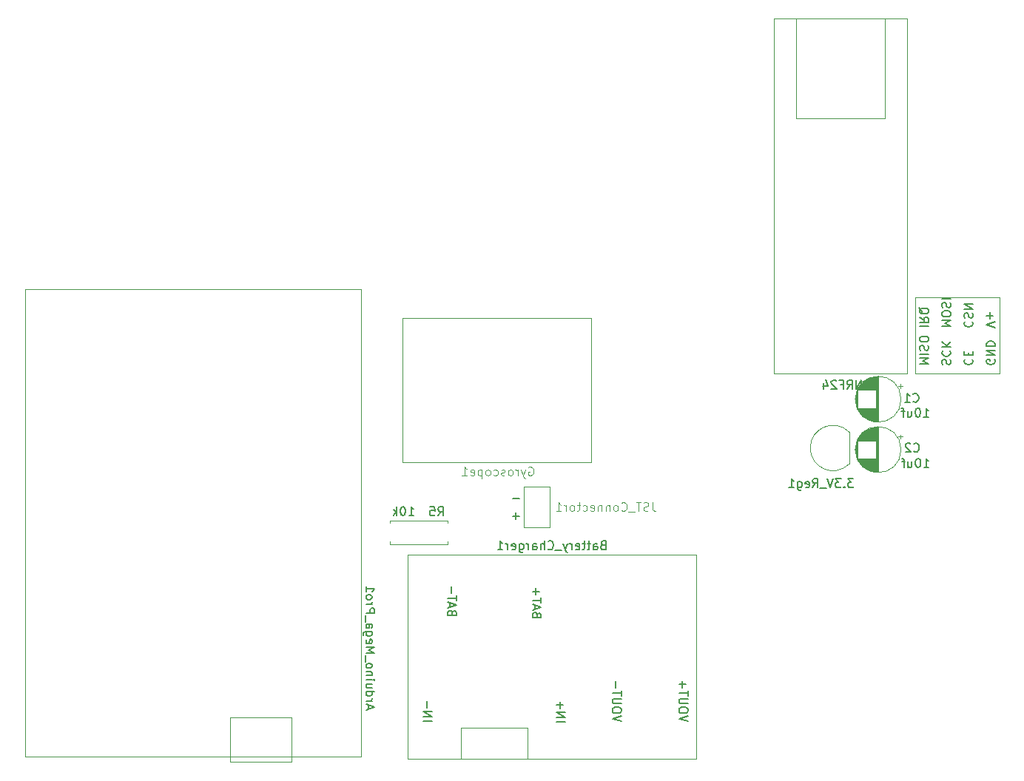
<source format=gbr>
%TF.GenerationSoftware,KiCad,Pcbnew,7.0.8*%
%TF.CreationDate,2023-11-09T04:02:46-05:00*%
%TF.ProjectId,RCTransmitterAecertRobotics,52435472-616e-4736-9d69-747465724165,rev?*%
%TF.SameCoordinates,Original*%
%TF.FileFunction,Legend,Bot*%
%TF.FilePolarity,Positive*%
%FSLAX46Y46*%
G04 Gerber Fmt 4.6, Leading zero omitted, Abs format (unit mm)*
G04 Created by KiCad (PCBNEW 7.0.8) date 2023-11-09 04:02:46*
%MOMM*%
%LPD*%
G01*
G04 APERTURE LIST*
%ADD10C,0.150000*%
%ADD11C,0.100000*%
%ADD12C,0.120000*%
G04 APERTURE END LIST*
D10*
X142822524Y-113439890D02*
X143584429Y-113439890D01*
X143203476Y-113820843D02*
X143203476Y-113058938D01*
X142840078Y-111438816D02*
X143601983Y-111438816D01*
D11*
X144633856Y-107851045D02*
X144729094Y-107803426D01*
X144729094Y-107803426D02*
X144871951Y-107803426D01*
X144871951Y-107803426D02*
X145014808Y-107851045D01*
X145014808Y-107851045D02*
X145110046Y-107946283D01*
X145110046Y-107946283D02*
X145157665Y-108041521D01*
X145157665Y-108041521D02*
X145205284Y-108231997D01*
X145205284Y-108231997D02*
X145205284Y-108374854D01*
X145205284Y-108374854D02*
X145157665Y-108565330D01*
X145157665Y-108565330D02*
X145110046Y-108660568D01*
X145110046Y-108660568D02*
X145014808Y-108755807D01*
X145014808Y-108755807D02*
X144871951Y-108803426D01*
X144871951Y-108803426D02*
X144776713Y-108803426D01*
X144776713Y-108803426D02*
X144633856Y-108755807D01*
X144633856Y-108755807D02*
X144586237Y-108708187D01*
X144586237Y-108708187D02*
X144586237Y-108374854D01*
X144586237Y-108374854D02*
X144776713Y-108374854D01*
X144252903Y-108136759D02*
X144014808Y-108803426D01*
X143776713Y-108136759D02*
X144014808Y-108803426D01*
X144014808Y-108803426D02*
X144110046Y-109041521D01*
X144110046Y-109041521D02*
X144157665Y-109089140D01*
X144157665Y-109089140D02*
X144252903Y-109136759D01*
X143395760Y-108803426D02*
X143395760Y-108136759D01*
X143395760Y-108327235D02*
X143348141Y-108231997D01*
X143348141Y-108231997D02*
X143300522Y-108184378D01*
X143300522Y-108184378D02*
X143205284Y-108136759D01*
X143205284Y-108136759D02*
X143110046Y-108136759D01*
X142633855Y-108803426D02*
X142729093Y-108755807D01*
X142729093Y-108755807D02*
X142776712Y-108708187D01*
X142776712Y-108708187D02*
X142824331Y-108612949D01*
X142824331Y-108612949D02*
X142824331Y-108327235D01*
X142824331Y-108327235D02*
X142776712Y-108231997D01*
X142776712Y-108231997D02*
X142729093Y-108184378D01*
X142729093Y-108184378D02*
X142633855Y-108136759D01*
X142633855Y-108136759D02*
X142490998Y-108136759D01*
X142490998Y-108136759D02*
X142395760Y-108184378D01*
X142395760Y-108184378D02*
X142348141Y-108231997D01*
X142348141Y-108231997D02*
X142300522Y-108327235D01*
X142300522Y-108327235D02*
X142300522Y-108612949D01*
X142300522Y-108612949D02*
X142348141Y-108708187D01*
X142348141Y-108708187D02*
X142395760Y-108755807D01*
X142395760Y-108755807D02*
X142490998Y-108803426D01*
X142490998Y-108803426D02*
X142633855Y-108803426D01*
X141919569Y-108755807D02*
X141824331Y-108803426D01*
X141824331Y-108803426D02*
X141633855Y-108803426D01*
X141633855Y-108803426D02*
X141538617Y-108755807D01*
X141538617Y-108755807D02*
X141490998Y-108660568D01*
X141490998Y-108660568D02*
X141490998Y-108612949D01*
X141490998Y-108612949D02*
X141538617Y-108517711D01*
X141538617Y-108517711D02*
X141633855Y-108470092D01*
X141633855Y-108470092D02*
X141776712Y-108470092D01*
X141776712Y-108470092D02*
X141871950Y-108422473D01*
X141871950Y-108422473D02*
X141919569Y-108327235D01*
X141919569Y-108327235D02*
X141919569Y-108279616D01*
X141919569Y-108279616D02*
X141871950Y-108184378D01*
X141871950Y-108184378D02*
X141776712Y-108136759D01*
X141776712Y-108136759D02*
X141633855Y-108136759D01*
X141633855Y-108136759D02*
X141538617Y-108184378D01*
X140633855Y-108755807D02*
X140729093Y-108803426D01*
X140729093Y-108803426D02*
X140919569Y-108803426D01*
X140919569Y-108803426D02*
X141014807Y-108755807D01*
X141014807Y-108755807D02*
X141062426Y-108708187D01*
X141062426Y-108708187D02*
X141110045Y-108612949D01*
X141110045Y-108612949D02*
X141110045Y-108327235D01*
X141110045Y-108327235D02*
X141062426Y-108231997D01*
X141062426Y-108231997D02*
X141014807Y-108184378D01*
X141014807Y-108184378D02*
X140919569Y-108136759D01*
X140919569Y-108136759D02*
X140729093Y-108136759D01*
X140729093Y-108136759D02*
X140633855Y-108184378D01*
X140062426Y-108803426D02*
X140157664Y-108755807D01*
X140157664Y-108755807D02*
X140205283Y-108708187D01*
X140205283Y-108708187D02*
X140252902Y-108612949D01*
X140252902Y-108612949D02*
X140252902Y-108327235D01*
X140252902Y-108327235D02*
X140205283Y-108231997D01*
X140205283Y-108231997D02*
X140157664Y-108184378D01*
X140157664Y-108184378D02*
X140062426Y-108136759D01*
X140062426Y-108136759D02*
X139919569Y-108136759D01*
X139919569Y-108136759D02*
X139824331Y-108184378D01*
X139824331Y-108184378D02*
X139776712Y-108231997D01*
X139776712Y-108231997D02*
X139729093Y-108327235D01*
X139729093Y-108327235D02*
X139729093Y-108612949D01*
X139729093Y-108612949D02*
X139776712Y-108708187D01*
X139776712Y-108708187D02*
X139824331Y-108755807D01*
X139824331Y-108755807D02*
X139919569Y-108803426D01*
X139919569Y-108803426D02*
X140062426Y-108803426D01*
X139300521Y-108136759D02*
X139300521Y-109136759D01*
X139300521Y-108184378D02*
X139205283Y-108136759D01*
X139205283Y-108136759D02*
X139014807Y-108136759D01*
X139014807Y-108136759D02*
X138919569Y-108184378D01*
X138919569Y-108184378D02*
X138871950Y-108231997D01*
X138871950Y-108231997D02*
X138824331Y-108327235D01*
X138824331Y-108327235D02*
X138824331Y-108612949D01*
X138824331Y-108612949D02*
X138871950Y-108708187D01*
X138871950Y-108708187D02*
X138919569Y-108755807D01*
X138919569Y-108755807D02*
X139014807Y-108803426D01*
X139014807Y-108803426D02*
X139205283Y-108803426D01*
X139205283Y-108803426D02*
X139300521Y-108755807D01*
X138014807Y-108755807D02*
X138110045Y-108803426D01*
X138110045Y-108803426D02*
X138300521Y-108803426D01*
X138300521Y-108803426D02*
X138395759Y-108755807D01*
X138395759Y-108755807D02*
X138443378Y-108660568D01*
X138443378Y-108660568D02*
X138443378Y-108279616D01*
X138443378Y-108279616D02*
X138395759Y-108184378D01*
X138395759Y-108184378D02*
X138300521Y-108136759D01*
X138300521Y-108136759D02*
X138110045Y-108136759D01*
X138110045Y-108136759D02*
X138014807Y-108184378D01*
X138014807Y-108184378D02*
X137967188Y-108279616D01*
X137967188Y-108279616D02*
X137967188Y-108374854D01*
X137967188Y-108374854D02*
X138443378Y-108470092D01*
X137014807Y-108803426D02*
X137586235Y-108803426D01*
X137300521Y-108803426D02*
X137300521Y-107803426D01*
X137300521Y-107803426D02*
X137395759Y-107946283D01*
X137395759Y-107946283D02*
X137490997Y-108041521D01*
X137490997Y-108041521D02*
X137586235Y-108089140D01*
D10*
X153153334Y-116771009D02*
X153010477Y-116818628D01*
X153010477Y-116818628D02*
X152962858Y-116866247D01*
X152962858Y-116866247D02*
X152915239Y-116961485D01*
X152915239Y-116961485D02*
X152915239Y-117104342D01*
X152915239Y-117104342D02*
X152962858Y-117199580D01*
X152962858Y-117199580D02*
X153010477Y-117247200D01*
X153010477Y-117247200D02*
X153105715Y-117294819D01*
X153105715Y-117294819D02*
X153486667Y-117294819D01*
X153486667Y-117294819D02*
X153486667Y-116294819D01*
X153486667Y-116294819D02*
X153153334Y-116294819D01*
X153153334Y-116294819D02*
X153058096Y-116342438D01*
X153058096Y-116342438D02*
X153010477Y-116390057D01*
X153010477Y-116390057D02*
X152962858Y-116485295D01*
X152962858Y-116485295D02*
X152962858Y-116580533D01*
X152962858Y-116580533D02*
X153010477Y-116675771D01*
X153010477Y-116675771D02*
X153058096Y-116723390D01*
X153058096Y-116723390D02*
X153153334Y-116771009D01*
X153153334Y-116771009D02*
X153486667Y-116771009D01*
X152058096Y-117294819D02*
X152058096Y-116771009D01*
X152058096Y-116771009D02*
X152105715Y-116675771D01*
X152105715Y-116675771D02*
X152200953Y-116628152D01*
X152200953Y-116628152D02*
X152391429Y-116628152D01*
X152391429Y-116628152D02*
X152486667Y-116675771D01*
X152058096Y-117247200D02*
X152153334Y-117294819D01*
X152153334Y-117294819D02*
X152391429Y-117294819D01*
X152391429Y-117294819D02*
X152486667Y-117247200D01*
X152486667Y-117247200D02*
X152534286Y-117151961D01*
X152534286Y-117151961D02*
X152534286Y-117056723D01*
X152534286Y-117056723D02*
X152486667Y-116961485D01*
X152486667Y-116961485D02*
X152391429Y-116913866D01*
X152391429Y-116913866D02*
X152153334Y-116913866D01*
X152153334Y-116913866D02*
X152058096Y-116866247D01*
X151724762Y-116628152D02*
X151343810Y-116628152D01*
X151581905Y-116294819D02*
X151581905Y-117151961D01*
X151581905Y-117151961D02*
X151534286Y-117247200D01*
X151534286Y-117247200D02*
X151439048Y-117294819D01*
X151439048Y-117294819D02*
X151343810Y-117294819D01*
X151153333Y-116628152D02*
X150772381Y-116628152D01*
X151010476Y-116294819D02*
X151010476Y-117151961D01*
X151010476Y-117151961D02*
X150962857Y-117247200D01*
X150962857Y-117247200D02*
X150867619Y-117294819D01*
X150867619Y-117294819D02*
X150772381Y-117294819D01*
X150058095Y-117247200D02*
X150153333Y-117294819D01*
X150153333Y-117294819D02*
X150343809Y-117294819D01*
X150343809Y-117294819D02*
X150439047Y-117247200D01*
X150439047Y-117247200D02*
X150486666Y-117151961D01*
X150486666Y-117151961D02*
X150486666Y-116771009D01*
X150486666Y-116771009D02*
X150439047Y-116675771D01*
X150439047Y-116675771D02*
X150343809Y-116628152D01*
X150343809Y-116628152D02*
X150153333Y-116628152D01*
X150153333Y-116628152D02*
X150058095Y-116675771D01*
X150058095Y-116675771D02*
X150010476Y-116771009D01*
X150010476Y-116771009D02*
X150010476Y-116866247D01*
X150010476Y-116866247D02*
X150486666Y-116961485D01*
X149581904Y-117294819D02*
X149581904Y-116628152D01*
X149581904Y-116818628D02*
X149534285Y-116723390D01*
X149534285Y-116723390D02*
X149486666Y-116675771D01*
X149486666Y-116675771D02*
X149391428Y-116628152D01*
X149391428Y-116628152D02*
X149296190Y-116628152D01*
X149058094Y-116628152D02*
X148819999Y-117294819D01*
X148581904Y-116628152D02*
X148819999Y-117294819D01*
X148819999Y-117294819D02*
X148915237Y-117532914D01*
X148915237Y-117532914D02*
X148962856Y-117580533D01*
X148962856Y-117580533D02*
X149058094Y-117628152D01*
X148439047Y-117390057D02*
X147677142Y-117390057D01*
X146867618Y-117199580D02*
X146915237Y-117247200D01*
X146915237Y-117247200D02*
X147058094Y-117294819D01*
X147058094Y-117294819D02*
X147153332Y-117294819D01*
X147153332Y-117294819D02*
X147296189Y-117247200D01*
X147296189Y-117247200D02*
X147391427Y-117151961D01*
X147391427Y-117151961D02*
X147439046Y-117056723D01*
X147439046Y-117056723D02*
X147486665Y-116866247D01*
X147486665Y-116866247D02*
X147486665Y-116723390D01*
X147486665Y-116723390D02*
X147439046Y-116532914D01*
X147439046Y-116532914D02*
X147391427Y-116437676D01*
X147391427Y-116437676D02*
X147296189Y-116342438D01*
X147296189Y-116342438D02*
X147153332Y-116294819D01*
X147153332Y-116294819D02*
X147058094Y-116294819D01*
X147058094Y-116294819D02*
X146915237Y-116342438D01*
X146915237Y-116342438D02*
X146867618Y-116390057D01*
X146439046Y-117294819D02*
X146439046Y-116294819D01*
X146010475Y-117294819D02*
X146010475Y-116771009D01*
X146010475Y-116771009D02*
X146058094Y-116675771D01*
X146058094Y-116675771D02*
X146153332Y-116628152D01*
X146153332Y-116628152D02*
X146296189Y-116628152D01*
X146296189Y-116628152D02*
X146391427Y-116675771D01*
X146391427Y-116675771D02*
X146439046Y-116723390D01*
X145105713Y-117294819D02*
X145105713Y-116771009D01*
X145105713Y-116771009D02*
X145153332Y-116675771D01*
X145153332Y-116675771D02*
X145248570Y-116628152D01*
X145248570Y-116628152D02*
X145439046Y-116628152D01*
X145439046Y-116628152D02*
X145534284Y-116675771D01*
X145105713Y-117247200D02*
X145200951Y-117294819D01*
X145200951Y-117294819D02*
X145439046Y-117294819D01*
X145439046Y-117294819D02*
X145534284Y-117247200D01*
X145534284Y-117247200D02*
X145581903Y-117151961D01*
X145581903Y-117151961D02*
X145581903Y-117056723D01*
X145581903Y-117056723D02*
X145534284Y-116961485D01*
X145534284Y-116961485D02*
X145439046Y-116913866D01*
X145439046Y-116913866D02*
X145200951Y-116913866D01*
X145200951Y-116913866D02*
X145105713Y-116866247D01*
X144629522Y-117294819D02*
X144629522Y-116628152D01*
X144629522Y-116818628D02*
X144581903Y-116723390D01*
X144581903Y-116723390D02*
X144534284Y-116675771D01*
X144534284Y-116675771D02*
X144439046Y-116628152D01*
X144439046Y-116628152D02*
X144343808Y-116628152D01*
X143581903Y-116628152D02*
X143581903Y-117437676D01*
X143581903Y-117437676D02*
X143629522Y-117532914D01*
X143629522Y-117532914D02*
X143677141Y-117580533D01*
X143677141Y-117580533D02*
X143772379Y-117628152D01*
X143772379Y-117628152D02*
X143915236Y-117628152D01*
X143915236Y-117628152D02*
X144010474Y-117580533D01*
X143581903Y-117247200D02*
X143677141Y-117294819D01*
X143677141Y-117294819D02*
X143867617Y-117294819D01*
X143867617Y-117294819D02*
X143962855Y-117247200D01*
X143962855Y-117247200D02*
X144010474Y-117199580D01*
X144010474Y-117199580D02*
X144058093Y-117104342D01*
X144058093Y-117104342D02*
X144058093Y-116818628D01*
X144058093Y-116818628D02*
X144010474Y-116723390D01*
X144010474Y-116723390D02*
X143962855Y-116675771D01*
X143962855Y-116675771D02*
X143867617Y-116628152D01*
X143867617Y-116628152D02*
X143677141Y-116628152D01*
X143677141Y-116628152D02*
X143581903Y-116675771D01*
X142724760Y-117247200D02*
X142819998Y-117294819D01*
X142819998Y-117294819D02*
X143010474Y-117294819D01*
X143010474Y-117294819D02*
X143105712Y-117247200D01*
X143105712Y-117247200D02*
X143153331Y-117151961D01*
X143153331Y-117151961D02*
X143153331Y-116771009D01*
X143153331Y-116771009D02*
X143105712Y-116675771D01*
X143105712Y-116675771D02*
X143010474Y-116628152D01*
X143010474Y-116628152D02*
X142819998Y-116628152D01*
X142819998Y-116628152D02*
X142724760Y-116675771D01*
X142724760Y-116675771D02*
X142677141Y-116771009D01*
X142677141Y-116771009D02*
X142677141Y-116866247D01*
X142677141Y-116866247D02*
X143153331Y-116961485D01*
X142248569Y-117294819D02*
X142248569Y-116628152D01*
X142248569Y-116818628D02*
X142200950Y-116723390D01*
X142200950Y-116723390D02*
X142153331Y-116675771D01*
X142153331Y-116675771D02*
X142058093Y-116628152D01*
X142058093Y-116628152D02*
X141962855Y-116628152D01*
X141105712Y-117294819D02*
X141677140Y-117294819D01*
X141391426Y-117294819D02*
X141391426Y-116294819D01*
X141391426Y-116294819D02*
X141486664Y-116437676D01*
X141486664Y-116437676D02*
X141581902Y-116532914D01*
X141581902Y-116532914D02*
X141677140Y-116580533D01*
X135901407Y-124527982D02*
X135853788Y-124385125D01*
X135853788Y-124385125D02*
X135806169Y-124337506D01*
X135806169Y-124337506D02*
X135710931Y-124289887D01*
X135710931Y-124289887D02*
X135568074Y-124289887D01*
X135568074Y-124289887D02*
X135472836Y-124337506D01*
X135472836Y-124337506D02*
X135425217Y-124385125D01*
X135425217Y-124385125D02*
X135377597Y-124480363D01*
X135377597Y-124480363D02*
X135377597Y-124861315D01*
X135377597Y-124861315D02*
X136377597Y-124861315D01*
X136377597Y-124861315D02*
X136377597Y-124527982D01*
X136377597Y-124527982D02*
X136329978Y-124432744D01*
X136329978Y-124432744D02*
X136282359Y-124385125D01*
X136282359Y-124385125D02*
X136187121Y-124337506D01*
X136187121Y-124337506D02*
X136091883Y-124337506D01*
X136091883Y-124337506D02*
X135996645Y-124385125D01*
X135996645Y-124385125D02*
X135949026Y-124432744D01*
X135949026Y-124432744D02*
X135901407Y-124527982D01*
X135901407Y-124527982D02*
X135901407Y-124861315D01*
X135663312Y-123908934D02*
X135663312Y-123432744D01*
X135377597Y-124004172D02*
X136377597Y-123670839D01*
X136377597Y-123670839D02*
X135377597Y-123337506D01*
X136377597Y-123147029D02*
X136377597Y-122575601D01*
X135377597Y-122861315D02*
X136377597Y-122861315D01*
X135758550Y-122242267D02*
X135758550Y-121480363D01*
X147850660Y-136975590D02*
X148850660Y-136975590D01*
X147850660Y-136499400D02*
X148850660Y-136499400D01*
X148850660Y-136499400D02*
X147850660Y-135927972D01*
X147850660Y-135927972D02*
X148850660Y-135927972D01*
X148231613Y-135451781D02*
X148231613Y-134689877D01*
X147850660Y-135070829D02*
X148612565Y-135070829D01*
X162861180Y-136966077D02*
X161861180Y-136632744D01*
X161861180Y-136632744D02*
X162861180Y-136299411D01*
X162861180Y-135775601D02*
X162861180Y-135585125D01*
X162861180Y-135585125D02*
X162813561Y-135489887D01*
X162813561Y-135489887D02*
X162718323Y-135394649D01*
X162718323Y-135394649D02*
X162527847Y-135347030D01*
X162527847Y-135347030D02*
X162194514Y-135347030D01*
X162194514Y-135347030D02*
X162004038Y-135394649D01*
X162004038Y-135394649D02*
X161908800Y-135489887D01*
X161908800Y-135489887D02*
X161861180Y-135585125D01*
X161861180Y-135585125D02*
X161861180Y-135775601D01*
X161861180Y-135775601D02*
X161908800Y-135870839D01*
X161908800Y-135870839D02*
X162004038Y-135966077D01*
X162004038Y-135966077D02*
X162194514Y-136013696D01*
X162194514Y-136013696D02*
X162527847Y-136013696D01*
X162527847Y-136013696D02*
X162718323Y-135966077D01*
X162718323Y-135966077D02*
X162813561Y-135870839D01*
X162813561Y-135870839D02*
X162861180Y-135775601D01*
X162861180Y-134918458D02*
X162051657Y-134918458D01*
X162051657Y-134918458D02*
X161956419Y-134870839D01*
X161956419Y-134870839D02*
X161908800Y-134823220D01*
X161908800Y-134823220D02*
X161861180Y-134727982D01*
X161861180Y-134727982D02*
X161861180Y-134537506D01*
X161861180Y-134537506D02*
X161908800Y-134442268D01*
X161908800Y-134442268D02*
X161956419Y-134394649D01*
X161956419Y-134394649D02*
X162051657Y-134347030D01*
X162051657Y-134347030D02*
X162861180Y-134347030D01*
X162861180Y-134013696D02*
X162861180Y-133442268D01*
X161861180Y-133727982D02*
X162861180Y-133727982D01*
X162242133Y-133108934D02*
X162242133Y-132347030D01*
X161861180Y-132727982D02*
X162623085Y-132727982D01*
X155241180Y-136966077D02*
X154241180Y-136632744D01*
X154241180Y-136632744D02*
X155241180Y-136299411D01*
X155241180Y-135775601D02*
X155241180Y-135585125D01*
X155241180Y-135585125D02*
X155193561Y-135489887D01*
X155193561Y-135489887D02*
X155098323Y-135394649D01*
X155098323Y-135394649D02*
X154907847Y-135347030D01*
X154907847Y-135347030D02*
X154574514Y-135347030D01*
X154574514Y-135347030D02*
X154384038Y-135394649D01*
X154384038Y-135394649D02*
X154288800Y-135489887D01*
X154288800Y-135489887D02*
X154241180Y-135585125D01*
X154241180Y-135585125D02*
X154241180Y-135775601D01*
X154241180Y-135775601D02*
X154288800Y-135870839D01*
X154288800Y-135870839D02*
X154384038Y-135966077D01*
X154384038Y-135966077D02*
X154574514Y-136013696D01*
X154574514Y-136013696D02*
X154907847Y-136013696D01*
X154907847Y-136013696D02*
X155098323Y-135966077D01*
X155098323Y-135966077D02*
X155193561Y-135870839D01*
X155193561Y-135870839D02*
X155241180Y-135775601D01*
X155241180Y-134918458D02*
X154431657Y-134918458D01*
X154431657Y-134918458D02*
X154336419Y-134870839D01*
X154336419Y-134870839D02*
X154288800Y-134823220D01*
X154288800Y-134823220D02*
X154241180Y-134727982D01*
X154241180Y-134727982D02*
X154241180Y-134537506D01*
X154241180Y-134537506D02*
X154288800Y-134442268D01*
X154288800Y-134442268D02*
X154336419Y-134394649D01*
X154336419Y-134394649D02*
X154431657Y-134347030D01*
X154431657Y-134347030D02*
X155241180Y-134347030D01*
X155241180Y-134013696D02*
X155241180Y-133442268D01*
X154241180Y-133727982D02*
X155241180Y-133727982D01*
X154622133Y-133108934D02*
X154622133Y-132347030D01*
X145602678Y-124758965D02*
X145555059Y-124616108D01*
X145555059Y-124616108D02*
X145507440Y-124568489D01*
X145507440Y-124568489D02*
X145412202Y-124520870D01*
X145412202Y-124520870D02*
X145269345Y-124520870D01*
X145269345Y-124520870D02*
X145174107Y-124568489D01*
X145174107Y-124568489D02*
X145126488Y-124616108D01*
X145126488Y-124616108D02*
X145078868Y-124711346D01*
X145078868Y-124711346D02*
X145078868Y-125092298D01*
X145078868Y-125092298D02*
X146078868Y-125092298D01*
X146078868Y-125092298D02*
X146078868Y-124758965D01*
X146078868Y-124758965D02*
X146031249Y-124663727D01*
X146031249Y-124663727D02*
X145983630Y-124616108D01*
X145983630Y-124616108D02*
X145888392Y-124568489D01*
X145888392Y-124568489D02*
X145793154Y-124568489D01*
X145793154Y-124568489D02*
X145697916Y-124616108D01*
X145697916Y-124616108D02*
X145650297Y-124663727D01*
X145650297Y-124663727D02*
X145602678Y-124758965D01*
X145602678Y-124758965D02*
X145602678Y-125092298D01*
X145364583Y-124139917D02*
X145364583Y-123663727D01*
X145078868Y-124235155D02*
X146078868Y-123901822D01*
X146078868Y-123901822D02*
X145078868Y-123568489D01*
X146078868Y-123378012D02*
X146078868Y-122806584D01*
X145078868Y-123092298D02*
X146078868Y-123092298D01*
X145459821Y-122473250D02*
X145459821Y-121711346D01*
X145078868Y-122092298D02*
X145840773Y-122092298D01*
X132605805Y-136898596D02*
X133605805Y-136898596D01*
X132605805Y-136422406D02*
X133605805Y-136422406D01*
X133605805Y-136422406D02*
X132605805Y-135850978D01*
X132605805Y-135850978D02*
X133605805Y-135850978D01*
X132986758Y-135374787D02*
X132986758Y-134612883D01*
D11*
X158789879Y-111881308D02*
X158789879Y-112595593D01*
X158789879Y-112595593D02*
X158837498Y-112738450D01*
X158837498Y-112738450D02*
X158932736Y-112833689D01*
X158932736Y-112833689D02*
X159075593Y-112881308D01*
X159075593Y-112881308D02*
X159170831Y-112881308D01*
X158361307Y-112833689D02*
X158218450Y-112881308D01*
X158218450Y-112881308D02*
X157980355Y-112881308D01*
X157980355Y-112881308D02*
X157885117Y-112833689D01*
X157885117Y-112833689D02*
X157837498Y-112786069D01*
X157837498Y-112786069D02*
X157789879Y-112690831D01*
X157789879Y-112690831D02*
X157789879Y-112595593D01*
X157789879Y-112595593D02*
X157837498Y-112500355D01*
X157837498Y-112500355D02*
X157885117Y-112452736D01*
X157885117Y-112452736D02*
X157980355Y-112405117D01*
X157980355Y-112405117D02*
X158170831Y-112357498D01*
X158170831Y-112357498D02*
X158266069Y-112309879D01*
X158266069Y-112309879D02*
X158313688Y-112262260D01*
X158313688Y-112262260D02*
X158361307Y-112167022D01*
X158361307Y-112167022D02*
X158361307Y-112071784D01*
X158361307Y-112071784D02*
X158313688Y-111976546D01*
X158313688Y-111976546D02*
X158266069Y-111928927D01*
X158266069Y-111928927D02*
X158170831Y-111881308D01*
X158170831Y-111881308D02*
X157932736Y-111881308D01*
X157932736Y-111881308D02*
X157789879Y-111928927D01*
X157504164Y-111881308D02*
X156932736Y-111881308D01*
X157218450Y-112881308D02*
X157218450Y-111881308D01*
X156837498Y-112976546D02*
X156075593Y-112976546D01*
X155266069Y-112786069D02*
X155313688Y-112833689D01*
X155313688Y-112833689D02*
X155456545Y-112881308D01*
X155456545Y-112881308D02*
X155551783Y-112881308D01*
X155551783Y-112881308D02*
X155694640Y-112833689D01*
X155694640Y-112833689D02*
X155789878Y-112738450D01*
X155789878Y-112738450D02*
X155837497Y-112643212D01*
X155837497Y-112643212D02*
X155885116Y-112452736D01*
X155885116Y-112452736D02*
X155885116Y-112309879D01*
X155885116Y-112309879D02*
X155837497Y-112119403D01*
X155837497Y-112119403D02*
X155789878Y-112024165D01*
X155789878Y-112024165D02*
X155694640Y-111928927D01*
X155694640Y-111928927D02*
X155551783Y-111881308D01*
X155551783Y-111881308D02*
X155456545Y-111881308D01*
X155456545Y-111881308D02*
X155313688Y-111928927D01*
X155313688Y-111928927D02*
X155266069Y-111976546D01*
X154694640Y-112881308D02*
X154789878Y-112833689D01*
X154789878Y-112833689D02*
X154837497Y-112786069D01*
X154837497Y-112786069D02*
X154885116Y-112690831D01*
X154885116Y-112690831D02*
X154885116Y-112405117D01*
X154885116Y-112405117D02*
X154837497Y-112309879D01*
X154837497Y-112309879D02*
X154789878Y-112262260D01*
X154789878Y-112262260D02*
X154694640Y-112214641D01*
X154694640Y-112214641D02*
X154551783Y-112214641D01*
X154551783Y-112214641D02*
X154456545Y-112262260D01*
X154456545Y-112262260D02*
X154408926Y-112309879D01*
X154408926Y-112309879D02*
X154361307Y-112405117D01*
X154361307Y-112405117D02*
X154361307Y-112690831D01*
X154361307Y-112690831D02*
X154408926Y-112786069D01*
X154408926Y-112786069D02*
X154456545Y-112833689D01*
X154456545Y-112833689D02*
X154551783Y-112881308D01*
X154551783Y-112881308D02*
X154694640Y-112881308D01*
X153932735Y-112214641D02*
X153932735Y-112881308D01*
X153932735Y-112309879D02*
X153885116Y-112262260D01*
X153885116Y-112262260D02*
X153789878Y-112214641D01*
X153789878Y-112214641D02*
X153647021Y-112214641D01*
X153647021Y-112214641D02*
X153551783Y-112262260D01*
X153551783Y-112262260D02*
X153504164Y-112357498D01*
X153504164Y-112357498D02*
X153504164Y-112881308D01*
X153027973Y-112214641D02*
X153027973Y-112881308D01*
X153027973Y-112309879D02*
X152980354Y-112262260D01*
X152980354Y-112262260D02*
X152885116Y-112214641D01*
X152885116Y-112214641D02*
X152742259Y-112214641D01*
X152742259Y-112214641D02*
X152647021Y-112262260D01*
X152647021Y-112262260D02*
X152599402Y-112357498D01*
X152599402Y-112357498D02*
X152599402Y-112881308D01*
X151742259Y-112833689D02*
X151837497Y-112881308D01*
X151837497Y-112881308D02*
X152027973Y-112881308D01*
X152027973Y-112881308D02*
X152123211Y-112833689D01*
X152123211Y-112833689D02*
X152170830Y-112738450D01*
X152170830Y-112738450D02*
X152170830Y-112357498D01*
X152170830Y-112357498D02*
X152123211Y-112262260D01*
X152123211Y-112262260D02*
X152027973Y-112214641D01*
X152027973Y-112214641D02*
X151837497Y-112214641D01*
X151837497Y-112214641D02*
X151742259Y-112262260D01*
X151742259Y-112262260D02*
X151694640Y-112357498D01*
X151694640Y-112357498D02*
X151694640Y-112452736D01*
X151694640Y-112452736D02*
X152170830Y-112547974D01*
X150837497Y-112833689D02*
X150932735Y-112881308D01*
X150932735Y-112881308D02*
X151123211Y-112881308D01*
X151123211Y-112881308D02*
X151218449Y-112833689D01*
X151218449Y-112833689D02*
X151266068Y-112786069D01*
X151266068Y-112786069D02*
X151313687Y-112690831D01*
X151313687Y-112690831D02*
X151313687Y-112405117D01*
X151313687Y-112405117D02*
X151266068Y-112309879D01*
X151266068Y-112309879D02*
X151218449Y-112262260D01*
X151218449Y-112262260D02*
X151123211Y-112214641D01*
X151123211Y-112214641D02*
X150932735Y-112214641D01*
X150932735Y-112214641D02*
X150837497Y-112262260D01*
X150551782Y-112214641D02*
X150170830Y-112214641D01*
X150408925Y-111881308D02*
X150408925Y-112738450D01*
X150408925Y-112738450D02*
X150361306Y-112833689D01*
X150361306Y-112833689D02*
X150266068Y-112881308D01*
X150266068Y-112881308D02*
X150170830Y-112881308D01*
X149694639Y-112881308D02*
X149789877Y-112833689D01*
X149789877Y-112833689D02*
X149837496Y-112786069D01*
X149837496Y-112786069D02*
X149885115Y-112690831D01*
X149885115Y-112690831D02*
X149885115Y-112405117D01*
X149885115Y-112405117D02*
X149837496Y-112309879D01*
X149837496Y-112309879D02*
X149789877Y-112262260D01*
X149789877Y-112262260D02*
X149694639Y-112214641D01*
X149694639Y-112214641D02*
X149551782Y-112214641D01*
X149551782Y-112214641D02*
X149456544Y-112262260D01*
X149456544Y-112262260D02*
X149408925Y-112309879D01*
X149408925Y-112309879D02*
X149361306Y-112405117D01*
X149361306Y-112405117D02*
X149361306Y-112690831D01*
X149361306Y-112690831D02*
X149408925Y-112786069D01*
X149408925Y-112786069D02*
X149456544Y-112833689D01*
X149456544Y-112833689D02*
X149551782Y-112881308D01*
X149551782Y-112881308D02*
X149694639Y-112881308D01*
X148932734Y-112881308D02*
X148932734Y-112214641D01*
X148932734Y-112405117D02*
X148885115Y-112309879D01*
X148885115Y-112309879D02*
X148837496Y-112262260D01*
X148837496Y-112262260D02*
X148742258Y-112214641D01*
X148742258Y-112214641D02*
X148647020Y-112214641D01*
X147789877Y-112881308D02*
X148361305Y-112881308D01*
X148075591Y-112881308D02*
X148075591Y-111881308D01*
X148075591Y-111881308D02*
X148170829Y-112024165D01*
X148170829Y-112024165D02*
X148266067Y-112119403D01*
X148266067Y-112119403D02*
X148361305Y-112167022D01*
D10*
X188714910Y-106023580D02*
X188762529Y-106071200D01*
X188762529Y-106071200D02*
X188905386Y-106118819D01*
X188905386Y-106118819D02*
X189000624Y-106118819D01*
X189000624Y-106118819D02*
X189143481Y-106071200D01*
X189143481Y-106071200D02*
X189238719Y-105975961D01*
X189238719Y-105975961D02*
X189286338Y-105880723D01*
X189286338Y-105880723D02*
X189333957Y-105690247D01*
X189333957Y-105690247D02*
X189333957Y-105547390D01*
X189333957Y-105547390D02*
X189286338Y-105356914D01*
X189286338Y-105356914D02*
X189238719Y-105261676D01*
X189238719Y-105261676D02*
X189143481Y-105166438D01*
X189143481Y-105166438D02*
X189000624Y-105118819D01*
X189000624Y-105118819D02*
X188905386Y-105118819D01*
X188905386Y-105118819D02*
X188762529Y-105166438D01*
X188762529Y-105166438D02*
X188714910Y-105214057D01*
X188333957Y-105214057D02*
X188286338Y-105166438D01*
X188286338Y-105166438D02*
X188191100Y-105118819D01*
X188191100Y-105118819D02*
X187953005Y-105118819D01*
X187953005Y-105118819D02*
X187857767Y-105166438D01*
X187857767Y-105166438D02*
X187810148Y-105214057D01*
X187810148Y-105214057D02*
X187762529Y-105309295D01*
X187762529Y-105309295D02*
X187762529Y-105404533D01*
X187762529Y-105404533D02*
X187810148Y-105547390D01*
X187810148Y-105547390D02*
X188381576Y-106118819D01*
X188381576Y-106118819D02*
X187762529Y-106118819D01*
X189878177Y-107866803D02*
X190449605Y-107866803D01*
X190163891Y-107866803D02*
X190163891Y-106866803D01*
X190163891Y-106866803D02*
X190259129Y-107009660D01*
X190259129Y-107009660D02*
X190354367Y-107104898D01*
X190354367Y-107104898D02*
X190449605Y-107152517D01*
X189259129Y-106866803D02*
X189163891Y-106866803D01*
X189163891Y-106866803D02*
X189068653Y-106914422D01*
X189068653Y-106914422D02*
X189021034Y-106962041D01*
X189021034Y-106962041D02*
X188973415Y-107057279D01*
X188973415Y-107057279D02*
X188925796Y-107247755D01*
X188925796Y-107247755D02*
X188925796Y-107485850D01*
X188925796Y-107485850D02*
X188973415Y-107676326D01*
X188973415Y-107676326D02*
X189021034Y-107771564D01*
X189021034Y-107771564D02*
X189068653Y-107819184D01*
X189068653Y-107819184D02*
X189163891Y-107866803D01*
X189163891Y-107866803D02*
X189259129Y-107866803D01*
X189259129Y-107866803D02*
X189354367Y-107819184D01*
X189354367Y-107819184D02*
X189401986Y-107771564D01*
X189401986Y-107771564D02*
X189449605Y-107676326D01*
X189449605Y-107676326D02*
X189497224Y-107485850D01*
X189497224Y-107485850D02*
X189497224Y-107247755D01*
X189497224Y-107247755D02*
X189449605Y-107057279D01*
X189449605Y-107057279D02*
X189401986Y-106962041D01*
X189401986Y-106962041D02*
X189354367Y-106914422D01*
X189354367Y-106914422D02*
X189259129Y-106866803D01*
X188068653Y-107200136D02*
X188068653Y-107866803D01*
X188497224Y-107200136D02*
X188497224Y-107723945D01*
X188497224Y-107723945D02*
X188449605Y-107819184D01*
X188449605Y-107819184D02*
X188354367Y-107866803D01*
X188354367Y-107866803D02*
X188211510Y-107866803D01*
X188211510Y-107866803D02*
X188116272Y-107819184D01*
X188116272Y-107819184D02*
X188068653Y-107771564D01*
X187735319Y-107200136D02*
X187354367Y-107200136D01*
X187592462Y-107866803D02*
X187592462Y-107009660D01*
X187592462Y-107009660D02*
X187544843Y-106914422D01*
X187544843Y-106914422D02*
X187449605Y-106866803D01*
X187449605Y-106866803D02*
X187354367Y-106866803D01*
X188655108Y-100319167D02*
X188702727Y-100366787D01*
X188702727Y-100366787D02*
X188845584Y-100414406D01*
X188845584Y-100414406D02*
X188940822Y-100414406D01*
X188940822Y-100414406D02*
X189083679Y-100366787D01*
X189083679Y-100366787D02*
X189178917Y-100271548D01*
X189178917Y-100271548D02*
X189226536Y-100176310D01*
X189226536Y-100176310D02*
X189274155Y-99985834D01*
X189274155Y-99985834D02*
X189274155Y-99842977D01*
X189274155Y-99842977D02*
X189226536Y-99652501D01*
X189226536Y-99652501D02*
X189178917Y-99557263D01*
X189178917Y-99557263D02*
X189083679Y-99462025D01*
X189083679Y-99462025D02*
X188940822Y-99414406D01*
X188940822Y-99414406D02*
X188845584Y-99414406D01*
X188845584Y-99414406D02*
X188702727Y-99462025D01*
X188702727Y-99462025D02*
X188655108Y-99509644D01*
X187702727Y-100414406D02*
X188274155Y-100414406D01*
X187988441Y-100414406D02*
X187988441Y-99414406D01*
X187988441Y-99414406D02*
X188083679Y-99557263D01*
X188083679Y-99557263D02*
X188178917Y-99652501D01*
X188178917Y-99652501D02*
X188274155Y-99700120D01*
X189839966Y-102105498D02*
X190411394Y-102105498D01*
X190125680Y-102105498D02*
X190125680Y-101105498D01*
X190125680Y-101105498D02*
X190220918Y-101248355D01*
X190220918Y-101248355D02*
X190316156Y-101343593D01*
X190316156Y-101343593D02*
X190411394Y-101391212D01*
X189220918Y-101105498D02*
X189125680Y-101105498D01*
X189125680Y-101105498D02*
X189030442Y-101153117D01*
X189030442Y-101153117D02*
X188982823Y-101200736D01*
X188982823Y-101200736D02*
X188935204Y-101295974D01*
X188935204Y-101295974D02*
X188887585Y-101486450D01*
X188887585Y-101486450D02*
X188887585Y-101724545D01*
X188887585Y-101724545D02*
X188935204Y-101915021D01*
X188935204Y-101915021D02*
X188982823Y-102010259D01*
X188982823Y-102010259D02*
X189030442Y-102057879D01*
X189030442Y-102057879D02*
X189125680Y-102105498D01*
X189125680Y-102105498D02*
X189220918Y-102105498D01*
X189220918Y-102105498D02*
X189316156Y-102057879D01*
X189316156Y-102057879D02*
X189363775Y-102010259D01*
X189363775Y-102010259D02*
X189411394Y-101915021D01*
X189411394Y-101915021D02*
X189459013Y-101724545D01*
X189459013Y-101724545D02*
X189459013Y-101486450D01*
X189459013Y-101486450D02*
X189411394Y-101295974D01*
X189411394Y-101295974D02*
X189363775Y-101200736D01*
X189363775Y-101200736D02*
X189316156Y-101153117D01*
X189316156Y-101153117D02*
X189220918Y-101105498D01*
X188030442Y-101438831D02*
X188030442Y-102105498D01*
X188459013Y-101438831D02*
X188459013Y-101962640D01*
X188459013Y-101962640D02*
X188411394Y-102057879D01*
X188411394Y-102057879D02*
X188316156Y-102105498D01*
X188316156Y-102105498D02*
X188173299Y-102105498D01*
X188173299Y-102105498D02*
X188078061Y-102057879D01*
X188078061Y-102057879D02*
X188030442Y-102010259D01*
X187697108Y-101438831D02*
X187316156Y-101438831D01*
X187554251Y-102105498D02*
X187554251Y-101248355D01*
X187554251Y-101248355D02*
X187506632Y-101153117D01*
X187506632Y-101153117D02*
X187411394Y-101105498D01*
X187411394Y-101105498D02*
X187316156Y-101105498D01*
X181810285Y-109182819D02*
X181191238Y-109182819D01*
X181191238Y-109182819D02*
X181524571Y-109563771D01*
X181524571Y-109563771D02*
X181381714Y-109563771D01*
X181381714Y-109563771D02*
X181286476Y-109611390D01*
X181286476Y-109611390D02*
X181238857Y-109659009D01*
X181238857Y-109659009D02*
X181191238Y-109754247D01*
X181191238Y-109754247D02*
X181191238Y-109992342D01*
X181191238Y-109992342D02*
X181238857Y-110087580D01*
X181238857Y-110087580D02*
X181286476Y-110135200D01*
X181286476Y-110135200D02*
X181381714Y-110182819D01*
X181381714Y-110182819D02*
X181667428Y-110182819D01*
X181667428Y-110182819D02*
X181762666Y-110135200D01*
X181762666Y-110135200D02*
X181810285Y-110087580D01*
X180762666Y-110087580D02*
X180715047Y-110135200D01*
X180715047Y-110135200D02*
X180762666Y-110182819D01*
X180762666Y-110182819D02*
X180810285Y-110135200D01*
X180810285Y-110135200D02*
X180762666Y-110087580D01*
X180762666Y-110087580D02*
X180762666Y-110182819D01*
X180381714Y-109182819D02*
X179762667Y-109182819D01*
X179762667Y-109182819D02*
X180096000Y-109563771D01*
X180096000Y-109563771D02*
X179953143Y-109563771D01*
X179953143Y-109563771D02*
X179857905Y-109611390D01*
X179857905Y-109611390D02*
X179810286Y-109659009D01*
X179810286Y-109659009D02*
X179762667Y-109754247D01*
X179762667Y-109754247D02*
X179762667Y-109992342D01*
X179762667Y-109992342D02*
X179810286Y-110087580D01*
X179810286Y-110087580D02*
X179857905Y-110135200D01*
X179857905Y-110135200D02*
X179953143Y-110182819D01*
X179953143Y-110182819D02*
X180238857Y-110182819D01*
X180238857Y-110182819D02*
X180334095Y-110135200D01*
X180334095Y-110135200D02*
X180381714Y-110087580D01*
X179476952Y-109182819D02*
X179143619Y-110182819D01*
X179143619Y-110182819D02*
X178810286Y-109182819D01*
X178715048Y-110278057D02*
X177953143Y-110278057D01*
X177143619Y-110182819D02*
X177476952Y-109706628D01*
X177715047Y-110182819D02*
X177715047Y-109182819D01*
X177715047Y-109182819D02*
X177334095Y-109182819D01*
X177334095Y-109182819D02*
X177238857Y-109230438D01*
X177238857Y-109230438D02*
X177191238Y-109278057D01*
X177191238Y-109278057D02*
X177143619Y-109373295D01*
X177143619Y-109373295D02*
X177143619Y-109516152D01*
X177143619Y-109516152D02*
X177191238Y-109611390D01*
X177191238Y-109611390D02*
X177238857Y-109659009D01*
X177238857Y-109659009D02*
X177334095Y-109706628D01*
X177334095Y-109706628D02*
X177715047Y-109706628D01*
X176334095Y-110135200D02*
X176429333Y-110182819D01*
X176429333Y-110182819D02*
X176619809Y-110182819D01*
X176619809Y-110182819D02*
X176715047Y-110135200D01*
X176715047Y-110135200D02*
X176762666Y-110039961D01*
X176762666Y-110039961D02*
X176762666Y-109659009D01*
X176762666Y-109659009D02*
X176715047Y-109563771D01*
X176715047Y-109563771D02*
X176619809Y-109516152D01*
X176619809Y-109516152D02*
X176429333Y-109516152D01*
X176429333Y-109516152D02*
X176334095Y-109563771D01*
X176334095Y-109563771D02*
X176286476Y-109659009D01*
X176286476Y-109659009D02*
X176286476Y-109754247D01*
X176286476Y-109754247D02*
X176762666Y-109849485D01*
X175429333Y-109516152D02*
X175429333Y-110325676D01*
X175429333Y-110325676D02*
X175476952Y-110420914D01*
X175476952Y-110420914D02*
X175524571Y-110468533D01*
X175524571Y-110468533D02*
X175619809Y-110516152D01*
X175619809Y-110516152D02*
X175762666Y-110516152D01*
X175762666Y-110516152D02*
X175857904Y-110468533D01*
X175429333Y-110135200D02*
X175524571Y-110182819D01*
X175524571Y-110182819D02*
X175715047Y-110182819D01*
X175715047Y-110182819D02*
X175810285Y-110135200D01*
X175810285Y-110135200D02*
X175857904Y-110087580D01*
X175857904Y-110087580D02*
X175905523Y-109992342D01*
X175905523Y-109992342D02*
X175905523Y-109706628D01*
X175905523Y-109706628D02*
X175857904Y-109611390D01*
X175857904Y-109611390D02*
X175810285Y-109563771D01*
X175810285Y-109563771D02*
X175715047Y-109516152D01*
X175715047Y-109516152D02*
X175524571Y-109516152D01*
X175524571Y-109516152D02*
X175429333Y-109563771D01*
X174429333Y-110182819D02*
X175000761Y-110182819D01*
X174715047Y-110182819D02*
X174715047Y-109182819D01*
X174715047Y-109182819D02*
X174810285Y-109325676D01*
X174810285Y-109325676D02*
X174905523Y-109420914D01*
X174905523Y-109420914D02*
X175000761Y-109468533D01*
X126322895Y-135524000D02*
X126322895Y-135047810D01*
X126037180Y-135619238D02*
X127037180Y-135285905D01*
X127037180Y-135285905D02*
X126037180Y-134952572D01*
X126037180Y-134619238D02*
X126703847Y-134619238D01*
X126513371Y-134619238D02*
X126608609Y-134571619D01*
X126608609Y-134571619D02*
X126656228Y-134524000D01*
X126656228Y-134524000D02*
X126703847Y-134428762D01*
X126703847Y-134428762D02*
X126703847Y-134333524D01*
X126037180Y-133571619D02*
X127037180Y-133571619D01*
X126084800Y-133571619D02*
X126037180Y-133666857D01*
X126037180Y-133666857D02*
X126037180Y-133857333D01*
X126037180Y-133857333D02*
X126084800Y-133952571D01*
X126084800Y-133952571D02*
X126132419Y-134000190D01*
X126132419Y-134000190D02*
X126227657Y-134047809D01*
X126227657Y-134047809D02*
X126513371Y-134047809D01*
X126513371Y-134047809D02*
X126608609Y-134000190D01*
X126608609Y-134000190D02*
X126656228Y-133952571D01*
X126656228Y-133952571D02*
X126703847Y-133857333D01*
X126703847Y-133857333D02*
X126703847Y-133666857D01*
X126703847Y-133666857D02*
X126656228Y-133571619D01*
X126703847Y-132666857D02*
X126037180Y-132666857D01*
X126703847Y-133095428D02*
X126180038Y-133095428D01*
X126180038Y-133095428D02*
X126084800Y-133047809D01*
X126084800Y-133047809D02*
X126037180Y-132952571D01*
X126037180Y-132952571D02*
X126037180Y-132809714D01*
X126037180Y-132809714D02*
X126084800Y-132714476D01*
X126084800Y-132714476D02*
X126132419Y-132666857D01*
X126037180Y-132190666D02*
X126703847Y-132190666D01*
X127037180Y-132190666D02*
X126989561Y-132238285D01*
X126989561Y-132238285D02*
X126941942Y-132190666D01*
X126941942Y-132190666D02*
X126989561Y-132143047D01*
X126989561Y-132143047D02*
X127037180Y-132190666D01*
X127037180Y-132190666D02*
X126941942Y-132190666D01*
X126703847Y-131714476D02*
X126037180Y-131714476D01*
X126608609Y-131714476D02*
X126656228Y-131666857D01*
X126656228Y-131666857D02*
X126703847Y-131571619D01*
X126703847Y-131571619D02*
X126703847Y-131428762D01*
X126703847Y-131428762D02*
X126656228Y-131333524D01*
X126656228Y-131333524D02*
X126560990Y-131285905D01*
X126560990Y-131285905D02*
X126037180Y-131285905D01*
X126037180Y-130666857D02*
X126084800Y-130762095D01*
X126084800Y-130762095D02*
X126132419Y-130809714D01*
X126132419Y-130809714D02*
X126227657Y-130857333D01*
X126227657Y-130857333D02*
X126513371Y-130857333D01*
X126513371Y-130857333D02*
X126608609Y-130809714D01*
X126608609Y-130809714D02*
X126656228Y-130762095D01*
X126656228Y-130762095D02*
X126703847Y-130666857D01*
X126703847Y-130666857D02*
X126703847Y-130524000D01*
X126703847Y-130524000D02*
X126656228Y-130428762D01*
X126656228Y-130428762D02*
X126608609Y-130381143D01*
X126608609Y-130381143D02*
X126513371Y-130333524D01*
X126513371Y-130333524D02*
X126227657Y-130333524D01*
X126227657Y-130333524D02*
X126132419Y-130381143D01*
X126132419Y-130381143D02*
X126084800Y-130428762D01*
X126084800Y-130428762D02*
X126037180Y-130524000D01*
X126037180Y-130524000D02*
X126037180Y-130666857D01*
X125941942Y-130143048D02*
X125941942Y-129381143D01*
X126037180Y-129143047D02*
X127037180Y-129143047D01*
X127037180Y-129143047D02*
X126322895Y-128809714D01*
X126322895Y-128809714D02*
X127037180Y-128476381D01*
X127037180Y-128476381D02*
X126037180Y-128476381D01*
X126084800Y-127619238D02*
X126037180Y-127714476D01*
X126037180Y-127714476D02*
X126037180Y-127904952D01*
X126037180Y-127904952D02*
X126084800Y-128000190D01*
X126084800Y-128000190D02*
X126180038Y-128047809D01*
X126180038Y-128047809D02*
X126560990Y-128047809D01*
X126560990Y-128047809D02*
X126656228Y-128000190D01*
X126656228Y-128000190D02*
X126703847Y-127904952D01*
X126703847Y-127904952D02*
X126703847Y-127714476D01*
X126703847Y-127714476D02*
X126656228Y-127619238D01*
X126656228Y-127619238D02*
X126560990Y-127571619D01*
X126560990Y-127571619D02*
X126465752Y-127571619D01*
X126465752Y-127571619D02*
X126370514Y-128047809D01*
X126703847Y-126714476D02*
X125894323Y-126714476D01*
X125894323Y-126714476D02*
X125799085Y-126762095D01*
X125799085Y-126762095D02*
X125751466Y-126809714D01*
X125751466Y-126809714D02*
X125703847Y-126904952D01*
X125703847Y-126904952D02*
X125703847Y-127047809D01*
X125703847Y-127047809D02*
X125751466Y-127143047D01*
X126084800Y-126714476D02*
X126037180Y-126809714D01*
X126037180Y-126809714D02*
X126037180Y-127000190D01*
X126037180Y-127000190D02*
X126084800Y-127095428D01*
X126084800Y-127095428D02*
X126132419Y-127143047D01*
X126132419Y-127143047D02*
X126227657Y-127190666D01*
X126227657Y-127190666D02*
X126513371Y-127190666D01*
X126513371Y-127190666D02*
X126608609Y-127143047D01*
X126608609Y-127143047D02*
X126656228Y-127095428D01*
X126656228Y-127095428D02*
X126703847Y-127000190D01*
X126703847Y-127000190D02*
X126703847Y-126809714D01*
X126703847Y-126809714D02*
X126656228Y-126714476D01*
X126037180Y-125809714D02*
X126560990Y-125809714D01*
X126560990Y-125809714D02*
X126656228Y-125857333D01*
X126656228Y-125857333D02*
X126703847Y-125952571D01*
X126703847Y-125952571D02*
X126703847Y-126143047D01*
X126703847Y-126143047D02*
X126656228Y-126238285D01*
X126084800Y-125809714D02*
X126037180Y-125904952D01*
X126037180Y-125904952D02*
X126037180Y-126143047D01*
X126037180Y-126143047D02*
X126084800Y-126238285D01*
X126084800Y-126238285D02*
X126180038Y-126285904D01*
X126180038Y-126285904D02*
X126275276Y-126285904D01*
X126275276Y-126285904D02*
X126370514Y-126238285D01*
X126370514Y-126238285D02*
X126418133Y-126143047D01*
X126418133Y-126143047D02*
X126418133Y-125904952D01*
X126418133Y-125904952D02*
X126465752Y-125809714D01*
X125941942Y-125571619D02*
X125941942Y-124809714D01*
X126037180Y-124571618D02*
X127037180Y-124571618D01*
X127037180Y-124571618D02*
X127037180Y-124190666D01*
X127037180Y-124190666D02*
X126989561Y-124095428D01*
X126989561Y-124095428D02*
X126941942Y-124047809D01*
X126941942Y-124047809D02*
X126846704Y-124000190D01*
X126846704Y-124000190D02*
X126703847Y-124000190D01*
X126703847Y-124000190D02*
X126608609Y-124047809D01*
X126608609Y-124047809D02*
X126560990Y-124095428D01*
X126560990Y-124095428D02*
X126513371Y-124190666D01*
X126513371Y-124190666D02*
X126513371Y-124571618D01*
X126037180Y-123571618D02*
X126703847Y-123571618D01*
X126513371Y-123571618D02*
X126608609Y-123523999D01*
X126608609Y-123523999D02*
X126656228Y-123476380D01*
X126656228Y-123476380D02*
X126703847Y-123381142D01*
X126703847Y-123381142D02*
X126703847Y-123285904D01*
X126037180Y-122809713D02*
X126084800Y-122904951D01*
X126084800Y-122904951D02*
X126132419Y-122952570D01*
X126132419Y-122952570D02*
X126227657Y-123000189D01*
X126227657Y-123000189D02*
X126513371Y-123000189D01*
X126513371Y-123000189D02*
X126608609Y-122952570D01*
X126608609Y-122952570D02*
X126656228Y-122904951D01*
X126656228Y-122904951D02*
X126703847Y-122809713D01*
X126703847Y-122809713D02*
X126703847Y-122666856D01*
X126703847Y-122666856D02*
X126656228Y-122571618D01*
X126656228Y-122571618D02*
X126608609Y-122523999D01*
X126608609Y-122523999D02*
X126513371Y-122476380D01*
X126513371Y-122476380D02*
X126227657Y-122476380D01*
X126227657Y-122476380D02*
X126132419Y-122523999D01*
X126132419Y-122523999D02*
X126084800Y-122571618D01*
X126084800Y-122571618D02*
X126037180Y-122666856D01*
X126037180Y-122666856D02*
X126037180Y-122809713D01*
X126037180Y-121523999D02*
X126037180Y-122095427D01*
X126037180Y-121809713D02*
X127037180Y-121809713D01*
X127037180Y-121809713D02*
X126894323Y-121904951D01*
X126894323Y-121904951D02*
X126799085Y-122000189D01*
X126799085Y-122000189D02*
X126751466Y-122095427D01*
X134278666Y-113400819D02*
X134611999Y-112924628D01*
X134850094Y-113400819D02*
X134850094Y-112400819D01*
X134850094Y-112400819D02*
X134469142Y-112400819D01*
X134469142Y-112400819D02*
X134373904Y-112448438D01*
X134373904Y-112448438D02*
X134326285Y-112496057D01*
X134326285Y-112496057D02*
X134278666Y-112591295D01*
X134278666Y-112591295D02*
X134278666Y-112734152D01*
X134278666Y-112734152D02*
X134326285Y-112829390D01*
X134326285Y-112829390D02*
X134373904Y-112877009D01*
X134373904Y-112877009D02*
X134469142Y-112924628D01*
X134469142Y-112924628D02*
X134850094Y-112924628D01*
X133373904Y-112400819D02*
X133850094Y-112400819D01*
X133850094Y-112400819D02*
X133897713Y-112877009D01*
X133897713Y-112877009D02*
X133850094Y-112829390D01*
X133850094Y-112829390D02*
X133754856Y-112781771D01*
X133754856Y-112781771D02*
X133516761Y-112781771D01*
X133516761Y-112781771D02*
X133421523Y-112829390D01*
X133421523Y-112829390D02*
X133373904Y-112877009D01*
X133373904Y-112877009D02*
X133326285Y-112972247D01*
X133326285Y-112972247D02*
X133326285Y-113210342D01*
X133326285Y-113210342D02*
X133373904Y-113305580D01*
X133373904Y-113305580D02*
X133421523Y-113353200D01*
X133421523Y-113353200D02*
X133516761Y-113400819D01*
X133516761Y-113400819D02*
X133754856Y-113400819D01*
X133754856Y-113400819D02*
X133850094Y-113353200D01*
X133850094Y-113353200D02*
X133897713Y-113305580D01*
X130936896Y-113376242D02*
X131508324Y-113376242D01*
X131222610Y-113376242D02*
X131222610Y-112376242D01*
X131222610Y-112376242D02*
X131317848Y-112519099D01*
X131317848Y-112519099D02*
X131413086Y-112614337D01*
X131413086Y-112614337D02*
X131508324Y-112661956D01*
X130317848Y-112376242D02*
X130222610Y-112376242D01*
X130222610Y-112376242D02*
X130127372Y-112423861D01*
X130127372Y-112423861D02*
X130079753Y-112471480D01*
X130079753Y-112471480D02*
X130032134Y-112566718D01*
X130032134Y-112566718D02*
X129984515Y-112757194D01*
X129984515Y-112757194D02*
X129984515Y-112995289D01*
X129984515Y-112995289D02*
X130032134Y-113185765D01*
X130032134Y-113185765D02*
X130079753Y-113281003D01*
X130079753Y-113281003D02*
X130127372Y-113328623D01*
X130127372Y-113328623D02*
X130222610Y-113376242D01*
X130222610Y-113376242D02*
X130317848Y-113376242D01*
X130317848Y-113376242D02*
X130413086Y-113328623D01*
X130413086Y-113328623D02*
X130460705Y-113281003D01*
X130460705Y-113281003D02*
X130508324Y-113185765D01*
X130508324Y-113185765D02*
X130555943Y-112995289D01*
X130555943Y-112995289D02*
X130555943Y-112757194D01*
X130555943Y-112757194D02*
X130508324Y-112566718D01*
X130508324Y-112566718D02*
X130460705Y-112471480D01*
X130460705Y-112471480D02*
X130413086Y-112423861D01*
X130413086Y-112423861D02*
X130317848Y-112376242D01*
X129555943Y-113376242D02*
X129555943Y-112376242D01*
X129460705Y-112995289D02*
X129174991Y-113376242D01*
X129174991Y-112709575D02*
X129555943Y-113090527D01*
X182704001Y-98898249D02*
X182704001Y-97898249D01*
X182704001Y-97898249D02*
X182132573Y-98898249D01*
X182132573Y-98898249D02*
X182132573Y-97898249D01*
X181084954Y-98898249D02*
X181418287Y-98422058D01*
X181656382Y-98898249D02*
X181656382Y-97898249D01*
X181656382Y-97898249D02*
X181275430Y-97898249D01*
X181275430Y-97898249D02*
X181180192Y-97945868D01*
X181180192Y-97945868D02*
X181132573Y-97993487D01*
X181132573Y-97993487D02*
X181084954Y-98088725D01*
X181084954Y-98088725D02*
X181084954Y-98231582D01*
X181084954Y-98231582D02*
X181132573Y-98326820D01*
X181132573Y-98326820D02*
X181180192Y-98374439D01*
X181180192Y-98374439D02*
X181275430Y-98422058D01*
X181275430Y-98422058D02*
X181656382Y-98422058D01*
X180323049Y-98374439D02*
X180656382Y-98374439D01*
X180656382Y-98898249D02*
X180656382Y-97898249D01*
X180656382Y-97898249D02*
X180180192Y-97898249D01*
X179846858Y-97993487D02*
X179799239Y-97945868D01*
X179799239Y-97945868D02*
X179704001Y-97898249D01*
X179704001Y-97898249D02*
X179465906Y-97898249D01*
X179465906Y-97898249D02*
X179370668Y-97945868D01*
X179370668Y-97945868D02*
X179323049Y-97993487D01*
X179323049Y-97993487D02*
X179275430Y-98088725D01*
X179275430Y-98088725D02*
X179275430Y-98183963D01*
X179275430Y-98183963D02*
X179323049Y-98326820D01*
X179323049Y-98326820D02*
X179894477Y-98898249D01*
X179894477Y-98898249D02*
X179275430Y-98898249D01*
X178418287Y-98231582D02*
X178418287Y-98898249D01*
X178656382Y-97850630D02*
X178894477Y-98564915D01*
X178894477Y-98564915D02*
X178275430Y-98564915D01*
X197982561Y-95532411D02*
X198030180Y-95627649D01*
X198030180Y-95627649D02*
X198030180Y-95770506D01*
X198030180Y-95770506D02*
X197982561Y-95913363D01*
X197982561Y-95913363D02*
X197887323Y-96008601D01*
X197887323Y-96008601D02*
X197792085Y-96056220D01*
X197792085Y-96056220D02*
X197601609Y-96103839D01*
X197601609Y-96103839D02*
X197458752Y-96103839D01*
X197458752Y-96103839D02*
X197268276Y-96056220D01*
X197268276Y-96056220D02*
X197173038Y-96008601D01*
X197173038Y-96008601D02*
X197077800Y-95913363D01*
X197077800Y-95913363D02*
X197030180Y-95770506D01*
X197030180Y-95770506D02*
X197030180Y-95675268D01*
X197030180Y-95675268D02*
X197077800Y-95532411D01*
X197077800Y-95532411D02*
X197125419Y-95484792D01*
X197125419Y-95484792D02*
X197458752Y-95484792D01*
X197458752Y-95484792D02*
X197458752Y-95675268D01*
X197030180Y-95056220D02*
X198030180Y-95056220D01*
X198030180Y-95056220D02*
X197030180Y-94484792D01*
X197030180Y-94484792D02*
X198030180Y-94484792D01*
X197030180Y-94008601D02*
X198030180Y-94008601D01*
X198030180Y-94008601D02*
X198030180Y-93770506D01*
X198030180Y-93770506D02*
X197982561Y-93627649D01*
X197982561Y-93627649D02*
X197887323Y-93532411D01*
X197887323Y-93532411D02*
X197792085Y-93484792D01*
X197792085Y-93484792D02*
X197601609Y-93437173D01*
X197601609Y-93437173D02*
X197458752Y-93437173D01*
X197458752Y-93437173D02*
X197268276Y-93484792D01*
X197268276Y-93484792D02*
X197173038Y-93532411D01*
X197173038Y-93532411D02*
X197077800Y-93627649D01*
X197077800Y-93627649D02*
X197030180Y-93770506D01*
X197030180Y-93770506D02*
X197030180Y-94008601D01*
X189410180Y-96056220D02*
X190410180Y-96056220D01*
X190410180Y-96056220D02*
X189695895Y-95722887D01*
X189695895Y-95722887D02*
X190410180Y-95389554D01*
X190410180Y-95389554D02*
X189410180Y-95389554D01*
X189410180Y-94913363D02*
X190410180Y-94913363D01*
X189457800Y-94484792D02*
X189410180Y-94341935D01*
X189410180Y-94341935D02*
X189410180Y-94103840D01*
X189410180Y-94103840D02*
X189457800Y-94008602D01*
X189457800Y-94008602D02*
X189505419Y-93960983D01*
X189505419Y-93960983D02*
X189600657Y-93913364D01*
X189600657Y-93913364D02*
X189695895Y-93913364D01*
X189695895Y-93913364D02*
X189791133Y-93960983D01*
X189791133Y-93960983D02*
X189838752Y-94008602D01*
X189838752Y-94008602D02*
X189886371Y-94103840D01*
X189886371Y-94103840D02*
X189933990Y-94294316D01*
X189933990Y-94294316D02*
X189981609Y-94389554D01*
X189981609Y-94389554D02*
X190029228Y-94437173D01*
X190029228Y-94437173D02*
X190124466Y-94484792D01*
X190124466Y-94484792D02*
X190219704Y-94484792D01*
X190219704Y-94484792D02*
X190314942Y-94437173D01*
X190314942Y-94437173D02*
X190362561Y-94389554D01*
X190362561Y-94389554D02*
X190410180Y-94294316D01*
X190410180Y-94294316D02*
X190410180Y-94056221D01*
X190410180Y-94056221D02*
X190362561Y-93913364D01*
X190410180Y-93294316D02*
X190410180Y-93103840D01*
X190410180Y-93103840D02*
X190362561Y-93008602D01*
X190362561Y-93008602D02*
X190267323Y-92913364D01*
X190267323Y-92913364D02*
X190076847Y-92865745D01*
X190076847Y-92865745D02*
X189743514Y-92865745D01*
X189743514Y-92865745D02*
X189553038Y-92913364D01*
X189553038Y-92913364D02*
X189457800Y-93008602D01*
X189457800Y-93008602D02*
X189410180Y-93103840D01*
X189410180Y-93103840D02*
X189410180Y-93294316D01*
X189410180Y-93294316D02*
X189457800Y-93389554D01*
X189457800Y-93389554D02*
X189553038Y-93484792D01*
X189553038Y-93484792D02*
X189743514Y-93532411D01*
X189743514Y-93532411D02*
X190076847Y-93532411D01*
X190076847Y-93532411D02*
X190267323Y-93484792D01*
X190267323Y-93484792D02*
X190362561Y-93389554D01*
X190362561Y-93389554D02*
X190410180Y-93294316D01*
X189410180Y-91738220D02*
X190410180Y-91738220D01*
X189410180Y-90690602D02*
X189886371Y-91023935D01*
X189410180Y-91262030D02*
X190410180Y-91262030D01*
X190410180Y-91262030D02*
X190410180Y-90881078D01*
X190410180Y-90881078D02*
X190362561Y-90785840D01*
X190362561Y-90785840D02*
X190314942Y-90738221D01*
X190314942Y-90738221D02*
X190219704Y-90690602D01*
X190219704Y-90690602D02*
X190076847Y-90690602D01*
X190076847Y-90690602D02*
X189981609Y-90738221D01*
X189981609Y-90738221D02*
X189933990Y-90785840D01*
X189933990Y-90785840D02*
X189886371Y-90881078D01*
X189886371Y-90881078D02*
X189886371Y-91262030D01*
X189314942Y-89595364D02*
X189362561Y-89690602D01*
X189362561Y-89690602D02*
X189457800Y-89785840D01*
X189457800Y-89785840D02*
X189600657Y-89928697D01*
X189600657Y-89928697D02*
X189648276Y-90023935D01*
X189648276Y-90023935D02*
X189648276Y-90119173D01*
X189410180Y-90071554D02*
X189457800Y-90166792D01*
X189457800Y-90166792D02*
X189553038Y-90262030D01*
X189553038Y-90262030D02*
X189743514Y-90309649D01*
X189743514Y-90309649D02*
X190076847Y-90309649D01*
X190076847Y-90309649D02*
X190267323Y-90262030D01*
X190267323Y-90262030D02*
X190362561Y-90166792D01*
X190362561Y-90166792D02*
X190410180Y-90071554D01*
X190410180Y-90071554D02*
X190410180Y-89881078D01*
X190410180Y-89881078D02*
X190362561Y-89785840D01*
X190362561Y-89785840D02*
X190267323Y-89690602D01*
X190267323Y-89690602D02*
X190076847Y-89642983D01*
X190076847Y-89642983D02*
X189743514Y-89642983D01*
X189743514Y-89642983D02*
X189553038Y-89690602D01*
X189553038Y-89690602D02*
X189457800Y-89785840D01*
X189457800Y-89785840D02*
X189410180Y-89881078D01*
X189410180Y-89881078D02*
X189410180Y-90071554D01*
X191950180Y-91738220D02*
X192950180Y-91738220D01*
X192950180Y-91738220D02*
X192235895Y-91404887D01*
X192235895Y-91404887D02*
X192950180Y-91071554D01*
X192950180Y-91071554D02*
X191950180Y-91071554D01*
X192950180Y-90404887D02*
X192950180Y-90214411D01*
X192950180Y-90214411D02*
X192902561Y-90119173D01*
X192902561Y-90119173D02*
X192807323Y-90023935D01*
X192807323Y-90023935D02*
X192616847Y-89976316D01*
X192616847Y-89976316D02*
X192283514Y-89976316D01*
X192283514Y-89976316D02*
X192093038Y-90023935D01*
X192093038Y-90023935D02*
X191997800Y-90119173D01*
X191997800Y-90119173D02*
X191950180Y-90214411D01*
X191950180Y-90214411D02*
X191950180Y-90404887D01*
X191950180Y-90404887D02*
X191997800Y-90500125D01*
X191997800Y-90500125D02*
X192093038Y-90595363D01*
X192093038Y-90595363D02*
X192283514Y-90642982D01*
X192283514Y-90642982D02*
X192616847Y-90642982D01*
X192616847Y-90642982D02*
X192807323Y-90595363D01*
X192807323Y-90595363D02*
X192902561Y-90500125D01*
X192902561Y-90500125D02*
X192950180Y-90404887D01*
X191997800Y-89595363D02*
X191950180Y-89452506D01*
X191950180Y-89452506D02*
X191950180Y-89214411D01*
X191950180Y-89214411D02*
X191997800Y-89119173D01*
X191997800Y-89119173D02*
X192045419Y-89071554D01*
X192045419Y-89071554D02*
X192140657Y-89023935D01*
X192140657Y-89023935D02*
X192235895Y-89023935D01*
X192235895Y-89023935D02*
X192331133Y-89071554D01*
X192331133Y-89071554D02*
X192378752Y-89119173D01*
X192378752Y-89119173D02*
X192426371Y-89214411D01*
X192426371Y-89214411D02*
X192473990Y-89404887D01*
X192473990Y-89404887D02*
X192521609Y-89500125D01*
X192521609Y-89500125D02*
X192569228Y-89547744D01*
X192569228Y-89547744D02*
X192664466Y-89595363D01*
X192664466Y-89595363D02*
X192759704Y-89595363D01*
X192759704Y-89595363D02*
X192854942Y-89547744D01*
X192854942Y-89547744D02*
X192902561Y-89500125D01*
X192902561Y-89500125D02*
X192950180Y-89404887D01*
X192950180Y-89404887D02*
X192950180Y-89166792D01*
X192950180Y-89166792D02*
X192902561Y-89023935D01*
X191950180Y-88595363D02*
X192950180Y-88595363D01*
X194585419Y-95484792D02*
X194537800Y-95532411D01*
X194537800Y-95532411D02*
X194490180Y-95675268D01*
X194490180Y-95675268D02*
X194490180Y-95770506D01*
X194490180Y-95770506D02*
X194537800Y-95913363D01*
X194537800Y-95913363D02*
X194633038Y-96008601D01*
X194633038Y-96008601D02*
X194728276Y-96056220D01*
X194728276Y-96056220D02*
X194918752Y-96103839D01*
X194918752Y-96103839D02*
X195061609Y-96103839D01*
X195061609Y-96103839D02*
X195252085Y-96056220D01*
X195252085Y-96056220D02*
X195347323Y-96008601D01*
X195347323Y-96008601D02*
X195442561Y-95913363D01*
X195442561Y-95913363D02*
X195490180Y-95770506D01*
X195490180Y-95770506D02*
X195490180Y-95675268D01*
X195490180Y-95675268D02*
X195442561Y-95532411D01*
X195442561Y-95532411D02*
X195394942Y-95484792D01*
X195013990Y-95056220D02*
X195013990Y-94722887D01*
X194490180Y-94580030D02*
X194490180Y-95056220D01*
X194490180Y-95056220D02*
X195490180Y-95056220D01*
X195490180Y-95056220D02*
X195490180Y-94580030D01*
X191997800Y-96103839D02*
X191950180Y-95960982D01*
X191950180Y-95960982D02*
X191950180Y-95722887D01*
X191950180Y-95722887D02*
X191997800Y-95627649D01*
X191997800Y-95627649D02*
X192045419Y-95580030D01*
X192045419Y-95580030D02*
X192140657Y-95532411D01*
X192140657Y-95532411D02*
X192235895Y-95532411D01*
X192235895Y-95532411D02*
X192331133Y-95580030D01*
X192331133Y-95580030D02*
X192378752Y-95627649D01*
X192378752Y-95627649D02*
X192426371Y-95722887D01*
X192426371Y-95722887D02*
X192473990Y-95913363D01*
X192473990Y-95913363D02*
X192521609Y-96008601D01*
X192521609Y-96008601D02*
X192569228Y-96056220D01*
X192569228Y-96056220D02*
X192664466Y-96103839D01*
X192664466Y-96103839D02*
X192759704Y-96103839D01*
X192759704Y-96103839D02*
X192854942Y-96056220D01*
X192854942Y-96056220D02*
X192902561Y-96008601D01*
X192902561Y-96008601D02*
X192950180Y-95913363D01*
X192950180Y-95913363D02*
X192950180Y-95675268D01*
X192950180Y-95675268D02*
X192902561Y-95532411D01*
X192045419Y-94532411D02*
X191997800Y-94580030D01*
X191997800Y-94580030D02*
X191950180Y-94722887D01*
X191950180Y-94722887D02*
X191950180Y-94818125D01*
X191950180Y-94818125D02*
X191997800Y-94960982D01*
X191997800Y-94960982D02*
X192093038Y-95056220D01*
X192093038Y-95056220D02*
X192188276Y-95103839D01*
X192188276Y-95103839D02*
X192378752Y-95151458D01*
X192378752Y-95151458D02*
X192521609Y-95151458D01*
X192521609Y-95151458D02*
X192712085Y-95103839D01*
X192712085Y-95103839D02*
X192807323Y-95056220D01*
X192807323Y-95056220D02*
X192902561Y-94960982D01*
X192902561Y-94960982D02*
X192950180Y-94818125D01*
X192950180Y-94818125D02*
X192950180Y-94722887D01*
X192950180Y-94722887D02*
X192902561Y-94580030D01*
X192902561Y-94580030D02*
X192854942Y-94532411D01*
X191950180Y-94103839D02*
X192950180Y-94103839D01*
X191950180Y-93532411D02*
X192521609Y-93960982D01*
X192950180Y-93532411D02*
X192378752Y-94103839D01*
X198030180Y-91881077D02*
X197030180Y-91547744D01*
X197030180Y-91547744D02*
X198030180Y-91214411D01*
X197411133Y-90881077D02*
X197411133Y-90119173D01*
X197030180Y-90500125D02*
X197792085Y-90500125D01*
X194585419Y-91166792D02*
X194537800Y-91214411D01*
X194537800Y-91214411D02*
X194490180Y-91357268D01*
X194490180Y-91357268D02*
X194490180Y-91452506D01*
X194490180Y-91452506D02*
X194537800Y-91595363D01*
X194537800Y-91595363D02*
X194633038Y-91690601D01*
X194633038Y-91690601D02*
X194728276Y-91738220D01*
X194728276Y-91738220D02*
X194918752Y-91785839D01*
X194918752Y-91785839D02*
X195061609Y-91785839D01*
X195061609Y-91785839D02*
X195252085Y-91738220D01*
X195252085Y-91738220D02*
X195347323Y-91690601D01*
X195347323Y-91690601D02*
X195442561Y-91595363D01*
X195442561Y-91595363D02*
X195490180Y-91452506D01*
X195490180Y-91452506D02*
X195490180Y-91357268D01*
X195490180Y-91357268D02*
X195442561Y-91214411D01*
X195442561Y-91214411D02*
X195394942Y-91166792D01*
X194537800Y-90785839D02*
X194490180Y-90642982D01*
X194490180Y-90642982D02*
X194490180Y-90404887D01*
X194490180Y-90404887D02*
X194537800Y-90309649D01*
X194537800Y-90309649D02*
X194585419Y-90262030D01*
X194585419Y-90262030D02*
X194680657Y-90214411D01*
X194680657Y-90214411D02*
X194775895Y-90214411D01*
X194775895Y-90214411D02*
X194871133Y-90262030D01*
X194871133Y-90262030D02*
X194918752Y-90309649D01*
X194918752Y-90309649D02*
X194966371Y-90404887D01*
X194966371Y-90404887D02*
X195013990Y-90595363D01*
X195013990Y-90595363D02*
X195061609Y-90690601D01*
X195061609Y-90690601D02*
X195109228Y-90738220D01*
X195109228Y-90738220D02*
X195204466Y-90785839D01*
X195204466Y-90785839D02*
X195299704Y-90785839D01*
X195299704Y-90785839D02*
X195394942Y-90738220D01*
X195394942Y-90738220D02*
X195442561Y-90690601D01*
X195442561Y-90690601D02*
X195490180Y-90595363D01*
X195490180Y-90595363D02*
X195490180Y-90357268D01*
X195490180Y-90357268D02*
X195442561Y-90214411D01*
X194490180Y-89785839D02*
X195490180Y-89785839D01*
X195490180Y-89785839D02*
X194490180Y-89214411D01*
X194490180Y-89214411D02*
X195490180Y-89214411D01*
D11*
%TO.C,Gyroscope1*%
X151765000Y-107315000D02*
X130175000Y-107315000D01*
X130175000Y-107315000D02*
X130175000Y-90805000D01*
X130175000Y-90805000D02*
X151765000Y-90805000D01*
X151765000Y-90805000D02*
X151765000Y-107315000D01*
%TO.C,Battery_Charger1*%
X163820000Y-141240000D02*
X130820000Y-141240000D01*
X130820000Y-141240000D02*
X130820000Y-117840000D01*
X130820000Y-117840000D02*
X163820000Y-117840000D01*
X163820000Y-117840000D02*
X163820000Y-141240000D01*
X144536000Y-141224000D02*
X136916000Y-141224000D01*
X136916000Y-141224000D02*
X136916000Y-137668000D01*
X136916000Y-137668000D02*
X144536000Y-137668000D01*
X144536000Y-137668000D02*
X144536000Y-141224000D01*
%TO.C,JST_Connector1*%
X144073418Y-114742182D02*
X147054262Y-114742182D01*
X147054262Y-114742182D02*
X147054262Y-110086629D01*
X147054262Y-110086629D02*
X144073418Y-110086629D01*
X144073418Y-110086629D02*
X144073418Y-114742182D01*
D12*
%TO.C,C2*%
X187442775Y-104370299D02*
X186942775Y-104370299D01*
X187192775Y-104120299D02*
X187192775Y-104620299D01*
X184638000Y-103265299D02*
X184638000Y-108425299D01*
X184598000Y-103265299D02*
X184598000Y-108425299D01*
X184558000Y-103266299D02*
X184558000Y-108424299D01*
X184518000Y-103267299D02*
X184518000Y-108423299D01*
X184478000Y-103269299D02*
X184478000Y-108421299D01*
X184438000Y-103272299D02*
X184438000Y-108418299D01*
X184398000Y-103276299D02*
X184398000Y-104805299D01*
X184398000Y-106885299D02*
X184398000Y-108414299D01*
X184358000Y-103280299D02*
X184358000Y-104805299D01*
X184358000Y-106885299D02*
X184358000Y-108410299D01*
X184318000Y-103284299D02*
X184318000Y-104805299D01*
X184318000Y-106885299D02*
X184318000Y-108406299D01*
X184278000Y-103289299D02*
X184278000Y-104805299D01*
X184278000Y-106885299D02*
X184278000Y-108401299D01*
X184238000Y-103295299D02*
X184238000Y-104805299D01*
X184238000Y-106885299D02*
X184238000Y-108395299D01*
X184198000Y-103302299D02*
X184198000Y-104805299D01*
X184198000Y-106885299D02*
X184198000Y-108388299D01*
X184158000Y-103309299D02*
X184158000Y-104805299D01*
X184158000Y-106885299D02*
X184158000Y-108381299D01*
X184118000Y-103317299D02*
X184118000Y-104805299D01*
X184118000Y-106885299D02*
X184118000Y-108373299D01*
X184078000Y-103325299D02*
X184078000Y-104805299D01*
X184078000Y-106885299D02*
X184078000Y-108365299D01*
X184038000Y-103334299D02*
X184038000Y-104805299D01*
X184038000Y-106885299D02*
X184038000Y-108356299D01*
X183998000Y-103344299D02*
X183998000Y-104805299D01*
X183998000Y-106885299D02*
X183998000Y-108346299D01*
X183958000Y-103354299D02*
X183958000Y-104805299D01*
X183958000Y-106885299D02*
X183958000Y-108336299D01*
X183917000Y-103365299D02*
X183917000Y-104805299D01*
X183917000Y-106885299D02*
X183917000Y-108325299D01*
X183877000Y-103377299D02*
X183877000Y-104805299D01*
X183877000Y-106885299D02*
X183877000Y-108313299D01*
X183837000Y-103390299D02*
X183837000Y-104805299D01*
X183837000Y-106885299D02*
X183837000Y-108300299D01*
X183797000Y-103403299D02*
X183797000Y-104805299D01*
X183797000Y-106885299D02*
X183797000Y-108287299D01*
X183757000Y-103417299D02*
X183757000Y-104805299D01*
X183757000Y-106885299D02*
X183757000Y-108273299D01*
X183717000Y-103431299D02*
X183717000Y-104805299D01*
X183717000Y-106885299D02*
X183717000Y-108259299D01*
X183677000Y-103447299D02*
X183677000Y-104805299D01*
X183677000Y-106885299D02*
X183677000Y-108243299D01*
X183637000Y-103463299D02*
X183637000Y-104805299D01*
X183637000Y-106885299D02*
X183637000Y-108227299D01*
X183597000Y-103480299D02*
X183597000Y-104805299D01*
X183597000Y-106885299D02*
X183597000Y-108210299D01*
X183557000Y-103497299D02*
X183557000Y-104805299D01*
X183557000Y-106885299D02*
X183557000Y-108193299D01*
X183517000Y-103516299D02*
X183517000Y-104805299D01*
X183517000Y-106885299D02*
X183517000Y-108174299D01*
X183477000Y-103535299D02*
X183477000Y-104805299D01*
X183477000Y-106885299D02*
X183477000Y-108155299D01*
X183437000Y-103555299D02*
X183437000Y-104805299D01*
X183437000Y-106885299D02*
X183437000Y-108135299D01*
X183397000Y-103577299D02*
X183397000Y-104805299D01*
X183397000Y-106885299D02*
X183397000Y-108113299D01*
X183357000Y-103598299D02*
X183357000Y-104805299D01*
X183357000Y-106885299D02*
X183357000Y-108092299D01*
X183317000Y-103621299D02*
X183317000Y-104805299D01*
X183317000Y-106885299D02*
X183317000Y-108069299D01*
X183277000Y-103645299D02*
X183277000Y-104805299D01*
X183277000Y-106885299D02*
X183277000Y-108045299D01*
X183237000Y-103670299D02*
X183237000Y-104805299D01*
X183237000Y-106885299D02*
X183237000Y-108020299D01*
X183197000Y-103696299D02*
X183197000Y-104805299D01*
X183197000Y-106885299D02*
X183197000Y-107994299D01*
X183157000Y-103723299D02*
X183157000Y-104805299D01*
X183157000Y-106885299D02*
X183157000Y-107967299D01*
X183117000Y-103750299D02*
X183117000Y-104805299D01*
X183117000Y-106885299D02*
X183117000Y-107940299D01*
X183077000Y-103780299D02*
X183077000Y-104805299D01*
X183077000Y-106885299D02*
X183077000Y-107910299D01*
X183037000Y-103810299D02*
X183037000Y-104805299D01*
X183037000Y-106885299D02*
X183037000Y-107880299D01*
X182997000Y-103841299D02*
X182997000Y-104805299D01*
X182997000Y-106885299D02*
X182997000Y-107849299D01*
X182957000Y-103874299D02*
X182957000Y-104805299D01*
X182957000Y-106885299D02*
X182957000Y-107816299D01*
X182917000Y-103908299D02*
X182917000Y-104805299D01*
X182917000Y-106885299D02*
X182917000Y-107782299D01*
X182877000Y-103944299D02*
X182877000Y-104805299D01*
X182877000Y-106885299D02*
X182877000Y-107746299D01*
X182837000Y-103981299D02*
X182837000Y-104805299D01*
X182837000Y-106885299D02*
X182837000Y-107709299D01*
X182797000Y-104019299D02*
X182797000Y-104805299D01*
X182797000Y-106885299D02*
X182797000Y-107671299D01*
X182757000Y-104060299D02*
X182757000Y-104805299D01*
X182757000Y-106885299D02*
X182757000Y-107630299D01*
X182717000Y-104102299D02*
X182717000Y-104805299D01*
X182717000Y-106885299D02*
X182717000Y-107588299D01*
X182677000Y-104146299D02*
X182677000Y-104805299D01*
X182677000Y-106885299D02*
X182677000Y-107544299D01*
X182637000Y-104192299D02*
X182637000Y-104805299D01*
X182637000Y-106885299D02*
X182637000Y-107498299D01*
X182597000Y-104240299D02*
X182597000Y-104805299D01*
X182597000Y-106885299D02*
X182597000Y-107450299D01*
X182557000Y-104291299D02*
X182557000Y-104805299D01*
X182557000Y-106885299D02*
X182557000Y-107399299D01*
X182517000Y-104345299D02*
X182517000Y-104805299D01*
X182517000Y-106885299D02*
X182517000Y-107345299D01*
X182477000Y-104402299D02*
X182477000Y-104805299D01*
X182477000Y-106885299D02*
X182477000Y-107288299D01*
X182437000Y-104462299D02*
X182437000Y-104805299D01*
X182437000Y-106885299D02*
X182437000Y-107228299D01*
X182397000Y-104526299D02*
X182397000Y-104805299D01*
X182397000Y-106885299D02*
X182397000Y-107164299D01*
X182357000Y-104594299D02*
X182357000Y-104805299D01*
X182357000Y-106885299D02*
X182357000Y-107096299D01*
X182317000Y-104667299D02*
X182317000Y-107023299D01*
X182277000Y-104747299D02*
X182277000Y-106943299D01*
X182237000Y-104834299D02*
X182237000Y-106856299D01*
X182197000Y-104930299D02*
X182197000Y-106760299D01*
X182157000Y-105040299D02*
X182157000Y-106650299D01*
X182117000Y-105168299D02*
X182117000Y-106522299D01*
X182077000Y-105327299D02*
X182077000Y-106363299D01*
X182037000Y-105561299D02*
X182037000Y-106129299D01*
X187258000Y-105845299D02*
G75*
G03*
X187258000Y-105845299I-2620000J0D01*
G01*
%TO.C,C1*%
X187442775Y-98601000D02*
X186942775Y-98601000D01*
X187192775Y-98351000D02*
X187192775Y-98851000D01*
X184638000Y-97496000D02*
X184638000Y-102656000D01*
X184598000Y-97496000D02*
X184598000Y-102656000D01*
X184558000Y-97497000D02*
X184558000Y-102655000D01*
X184518000Y-97498000D02*
X184518000Y-102654000D01*
X184478000Y-97500000D02*
X184478000Y-102652000D01*
X184438000Y-97503000D02*
X184438000Y-102649000D01*
X184398000Y-97507000D02*
X184398000Y-99036000D01*
X184398000Y-101116000D02*
X184398000Y-102645000D01*
X184358000Y-97511000D02*
X184358000Y-99036000D01*
X184358000Y-101116000D02*
X184358000Y-102641000D01*
X184318000Y-97515000D02*
X184318000Y-99036000D01*
X184318000Y-101116000D02*
X184318000Y-102637000D01*
X184278000Y-97520000D02*
X184278000Y-99036000D01*
X184278000Y-101116000D02*
X184278000Y-102632000D01*
X184238000Y-97526000D02*
X184238000Y-99036000D01*
X184238000Y-101116000D02*
X184238000Y-102626000D01*
X184198000Y-97533000D02*
X184198000Y-99036000D01*
X184198000Y-101116000D02*
X184198000Y-102619000D01*
X184158000Y-97540000D02*
X184158000Y-99036000D01*
X184158000Y-101116000D02*
X184158000Y-102612000D01*
X184118000Y-97548000D02*
X184118000Y-99036000D01*
X184118000Y-101116000D02*
X184118000Y-102604000D01*
X184078000Y-97556000D02*
X184078000Y-99036000D01*
X184078000Y-101116000D02*
X184078000Y-102596000D01*
X184038000Y-97565000D02*
X184038000Y-99036000D01*
X184038000Y-101116000D02*
X184038000Y-102587000D01*
X183998000Y-97575000D02*
X183998000Y-99036000D01*
X183998000Y-101116000D02*
X183998000Y-102577000D01*
X183958000Y-97585000D02*
X183958000Y-99036000D01*
X183958000Y-101116000D02*
X183958000Y-102567000D01*
X183917000Y-97596000D02*
X183917000Y-99036000D01*
X183917000Y-101116000D02*
X183917000Y-102556000D01*
X183877000Y-97608000D02*
X183877000Y-99036000D01*
X183877000Y-101116000D02*
X183877000Y-102544000D01*
X183837000Y-97621000D02*
X183837000Y-99036000D01*
X183837000Y-101116000D02*
X183837000Y-102531000D01*
X183797000Y-97634000D02*
X183797000Y-99036000D01*
X183797000Y-101116000D02*
X183797000Y-102518000D01*
X183757000Y-97648000D02*
X183757000Y-99036000D01*
X183757000Y-101116000D02*
X183757000Y-102504000D01*
X183717000Y-97662000D02*
X183717000Y-99036000D01*
X183717000Y-101116000D02*
X183717000Y-102490000D01*
X183677000Y-97678000D02*
X183677000Y-99036000D01*
X183677000Y-101116000D02*
X183677000Y-102474000D01*
X183637000Y-97694000D02*
X183637000Y-99036000D01*
X183637000Y-101116000D02*
X183637000Y-102458000D01*
X183597000Y-97711000D02*
X183597000Y-99036000D01*
X183597000Y-101116000D02*
X183597000Y-102441000D01*
X183557000Y-97728000D02*
X183557000Y-99036000D01*
X183557000Y-101116000D02*
X183557000Y-102424000D01*
X183517000Y-97747000D02*
X183517000Y-99036000D01*
X183517000Y-101116000D02*
X183517000Y-102405000D01*
X183477000Y-97766000D02*
X183477000Y-99036000D01*
X183477000Y-101116000D02*
X183477000Y-102386000D01*
X183437000Y-97786000D02*
X183437000Y-99036000D01*
X183437000Y-101116000D02*
X183437000Y-102366000D01*
X183397000Y-97808000D02*
X183397000Y-99036000D01*
X183397000Y-101116000D02*
X183397000Y-102344000D01*
X183357000Y-97829000D02*
X183357000Y-99036000D01*
X183357000Y-101116000D02*
X183357000Y-102323000D01*
X183317000Y-97852000D02*
X183317000Y-99036000D01*
X183317000Y-101116000D02*
X183317000Y-102300000D01*
X183277000Y-97876000D02*
X183277000Y-99036000D01*
X183277000Y-101116000D02*
X183277000Y-102276000D01*
X183237000Y-97901000D02*
X183237000Y-99036000D01*
X183237000Y-101116000D02*
X183237000Y-102251000D01*
X183197000Y-97927000D02*
X183197000Y-99036000D01*
X183197000Y-101116000D02*
X183197000Y-102225000D01*
X183157000Y-97954000D02*
X183157000Y-99036000D01*
X183157000Y-101116000D02*
X183157000Y-102198000D01*
X183117000Y-97981000D02*
X183117000Y-99036000D01*
X183117000Y-101116000D02*
X183117000Y-102171000D01*
X183077000Y-98011000D02*
X183077000Y-99036000D01*
X183077000Y-101116000D02*
X183077000Y-102141000D01*
X183037000Y-98041000D02*
X183037000Y-99036000D01*
X183037000Y-101116000D02*
X183037000Y-102111000D01*
X182997000Y-98072000D02*
X182997000Y-99036000D01*
X182997000Y-101116000D02*
X182997000Y-102080000D01*
X182957000Y-98105000D02*
X182957000Y-99036000D01*
X182957000Y-101116000D02*
X182957000Y-102047000D01*
X182917000Y-98139000D02*
X182917000Y-99036000D01*
X182917000Y-101116000D02*
X182917000Y-102013000D01*
X182877000Y-98175000D02*
X182877000Y-99036000D01*
X182877000Y-101116000D02*
X182877000Y-101977000D01*
X182837000Y-98212000D02*
X182837000Y-99036000D01*
X182837000Y-101116000D02*
X182837000Y-101940000D01*
X182797000Y-98250000D02*
X182797000Y-99036000D01*
X182797000Y-101116000D02*
X182797000Y-101902000D01*
X182757000Y-98291000D02*
X182757000Y-99036000D01*
X182757000Y-101116000D02*
X182757000Y-101861000D01*
X182717000Y-98333000D02*
X182717000Y-99036000D01*
X182717000Y-101116000D02*
X182717000Y-101819000D01*
X182677000Y-98377000D02*
X182677000Y-99036000D01*
X182677000Y-101116000D02*
X182677000Y-101775000D01*
X182637000Y-98423000D02*
X182637000Y-99036000D01*
X182637000Y-101116000D02*
X182637000Y-101729000D01*
X182597000Y-98471000D02*
X182597000Y-99036000D01*
X182597000Y-101116000D02*
X182597000Y-101681000D01*
X182557000Y-98522000D02*
X182557000Y-99036000D01*
X182557000Y-101116000D02*
X182557000Y-101630000D01*
X182517000Y-98576000D02*
X182517000Y-99036000D01*
X182517000Y-101116000D02*
X182517000Y-101576000D01*
X182477000Y-98633000D02*
X182477000Y-99036000D01*
X182477000Y-101116000D02*
X182477000Y-101519000D01*
X182437000Y-98693000D02*
X182437000Y-99036000D01*
X182437000Y-101116000D02*
X182437000Y-101459000D01*
X182397000Y-98757000D02*
X182397000Y-99036000D01*
X182397000Y-101116000D02*
X182397000Y-101395000D01*
X182357000Y-98825000D02*
X182357000Y-99036000D01*
X182357000Y-101116000D02*
X182357000Y-101327000D01*
X182317000Y-98898000D02*
X182317000Y-101254000D01*
X182277000Y-98978000D02*
X182277000Y-101174000D01*
X182237000Y-99065000D02*
X182237000Y-101087000D01*
X182197000Y-99161000D02*
X182197000Y-100991000D01*
X182157000Y-99271000D02*
X182157000Y-100881000D01*
X182117000Y-99399000D02*
X182117000Y-100753000D01*
X182077000Y-99558000D02*
X182077000Y-100594000D01*
X182037000Y-99792000D02*
X182037000Y-100360000D01*
X187258000Y-100076000D02*
G75*
G03*
X187258000Y-100076000I-2620000J0D01*
G01*
%TO.C,3.3V_Reg1*%
X181322000Y-103864000D02*
X181322000Y-107464000D01*
X181310478Y-103825522D02*
G75*
G03*
X176872000Y-105664000I-1838478J-1838478D01*
G01*
X176872000Y-105664000D02*
G75*
G03*
X181310478Y-107502478I2600000J0D01*
G01*
D11*
%TO.C,Arduino_Mega_Pro1*%
X86995000Y-140970000D02*
X125495000Y-140970000D01*
X125495000Y-140970000D02*
X125495000Y-87470000D01*
X125495000Y-87470000D02*
X86995000Y-87470000D01*
X86995000Y-87470000D02*
X86995000Y-140970000D01*
X110490000Y-141605000D02*
X117475000Y-141605000D01*
X117475000Y-141605000D02*
X117475000Y-136525000D01*
X117475000Y-136525000D02*
X110490000Y-136525000D01*
X110490000Y-136525000D02*
X110490000Y-141605000D01*
D12*
%TO.C,R5*%
X135350000Y-116686000D02*
X128810000Y-116686000D01*
X135350000Y-116356000D02*
X135350000Y-116686000D01*
X135350000Y-114276000D02*
X135350000Y-113946000D01*
X135350000Y-113946000D02*
X128810000Y-113946000D01*
X128810000Y-116686000D02*
X128810000Y-116356000D01*
X128810000Y-113946000D02*
X128810000Y-114276000D01*
D11*
%TO.C,NRF24*%
X187960000Y-97155000D02*
X172720000Y-97155000D01*
X172720000Y-97155000D02*
X172720000Y-56515000D01*
X172720000Y-56515000D02*
X187960000Y-56515000D01*
X187960000Y-56515000D02*
X187960000Y-97155000D01*
X198501000Y-97155000D02*
X188849000Y-97155000D01*
X188849000Y-97155000D02*
X188849000Y-88392000D01*
X188849000Y-88392000D02*
X198501000Y-88392000D01*
X198501000Y-88392000D02*
X198501000Y-97155000D01*
X185420000Y-67945000D02*
X175260000Y-67945000D01*
X175260000Y-67945000D02*
X175260000Y-56515000D01*
X175260000Y-56515000D02*
X185420000Y-56515000D01*
X185420000Y-56515000D02*
X185420000Y-67945000D01*
%TD*%
M02*

</source>
